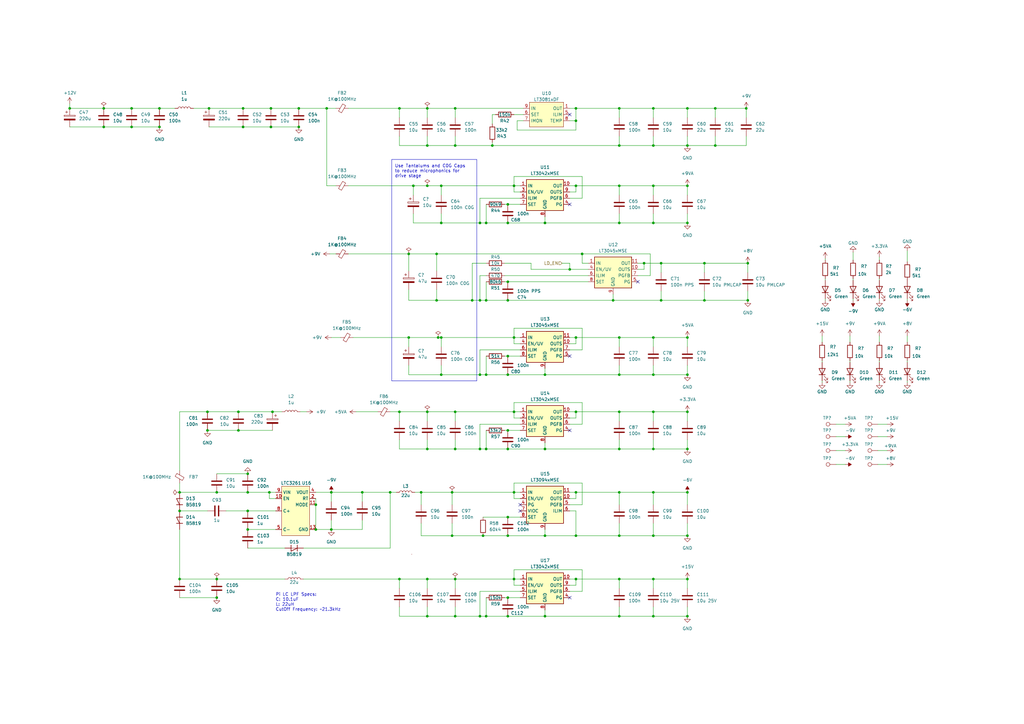
<source format=kicad_sch>
(kicad_sch (version 20230121) (generator eeschema)
  (paper "A3")
  (title_block (title "analog supply") (date "2023-11-27") (rev "r0_3") (company "M-Labs Limited") (comment 1 "Linus Woo Chun Kit"))
  (junction (at 175.26 237.49))
  (junction (at 223.52 184.15))
  (junction (at 236.22 76.2))
  (junction (at 210.82 201.93))
  (junction (at 65.405 44.45))
  (junction (at 210.82 76.2))
  (junction (at 236.22 168.91))
  (junction (at 185.42 219.71))
  (junction (at 101.6 217.17))
  (junction (at 254 184.15))
  (junction (at 208.28 245.11))
  (junction (at 185.42 201.93))
  (junction (at 208.28 176.53))
  (junction (at 135.89 217.17))
  (junction (at 133.985 44.45))
  (junction (at 193.675 123.19))
  (junction (at 281.94 59.69))
  (junction (at 293.37 44.45))
  (junction (at 210.82 138.43))
  (junction (at 254 91.44))
  (junction (at 236.22 49.53))
  (junction (at 208.28 252.73))
  (junction (at 196.85 184.15))
  (junction (at 88.9 237.49))
  (junction (at 199.39 252.73))
  (junction (at 180.975 138.43))
  (junction (at 208.28 184.15))
  (junction (at 65.405 52.07))
  (junction (at 254 44.45))
  (junction (at 238.76 104.14))
  (junction (at 267.97 76.2))
  (junction (at 199.39 153.67))
  (junction (at 254 237.49))
  (junction (at 111.76 168.91))
  (junction (at 306.705 107.95))
  (junction (at 160.02 201.93))
  (junction (at 85.725 44.45))
  (junction (at 53.975 52.07))
  (junction (at 175.26 59.69))
  (junction (at 267.97 201.93))
  (junction (at 99.695 52.07))
  (junction (at 28.575 44.45))
  (junction (at 281.94 138.43))
  (junction (at 267.97 138.43))
  (junction (at 85.09 168.91))
  (junction (at 196.85 91.44))
  (junction (at 199.39 123.19))
  (junction (at 267.97 252.73))
  (junction (at 281.94 237.49))
  (junction (at 186.69 252.73))
  (junction (at 293.37 59.69))
  (junction (at 208.28 123.19))
  (junction (at 254 219.71))
  (junction (at 97.79 168.91))
  (junction (at 148.59 201.93))
  (junction (at 223.52 153.67))
  (junction (at 223.52 91.44))
  (junction (at 236.22 44.45))
  (junction (at 101.6 209.55))
  (junction (at 281.94 76.2))
  (junction (at 281.94 201.93))
  (junction (at 281.94 168.91))
  (junction (at 306.705 123.19))
  (junction (at 186.69 237.49))
  (junction (at 186.69 184.15))
  (junction (at 163.83 168.91))
  (junction (at 236.22 219.71))
  (junction (at 254 168.91))
  (junction (at 281.94 252.73))
  (junction (at 251.46 123.19))
  (junction (at 180.975 76.2))
  (junction (at 179.07 104.14))
  (junction (at 198.12 219.71))
  (junction (at 281.94 184.15))
  (junction (at 267.97 44.45))
  (junction (at 135.89 201.93))
  (junction (at 233.68 110.49))
  (junction (at 180.975 91.44))
  (junction (at 267.97 168.91))
  (junction (at 175.26 168.91))
  (junction (at 281.94 219.71))
  (junction (at 186.69 59.69))
  (junction (at 208.28 83.82))
  (junction (at 122.555 52.07))
  (junction (at 236.22 201.93))
  (junction (at 99.695 44.45))
  (junction (at 254 153.67))
  (junction (at 254 138.43))
  (junction (at 210.82 168.91))
  (junction (at 281.94 91.44))
  (junction (at 254 59.69))
  (junction (at 267.97 184.15))
  (junction (at 288.925 123.19))
  (junction (at 254 76.2))
  (junction (at 101.6 201.93))
  (junction (at 175.26 252.73))
  (junction (at 122.555 44.45))
  (junction (at 196.85 123.19))
  (junction (at 208.28 91.44))
  (junction (at 208.28 153.67))
  (junction (at 73.66 209.55))
  (junction (at 201.93 59.69))
  (junction (at 267.97 237.49))
  (junction (at 208.28 212.09))
  (junction (at 196.85 252.73))
  (junction (at 111.125 52.07))
  (junction (at 175.26 184.15))
  (junction (at 180.975 153.67))
  (junction (at 167.64 104.14))
  (junction (at 88.9 201.93))
  (junction (at 254 201.93))
  (junction (at 85.09 176.53))
  (junction (at 110.49 201.93))
  (junction (at 208.28 115.57))
  (junction (at 264.16 107.95))
  (junction (at 267.97 219.71))
  (junction (at 208.28 146.05))
  (junction (at 223.52 252.73))
  (junction (at 73.66 201.93))
  (junction (at 97.79 176.53))
  (junction (at 267.97 59.69))
  (junction (at 42.545 52.07))
  (junction (at 236.22 237.49))
  (junction (at 281.94 153.67))
  (junction (at 223.52 219.71))
  (junction (at 175.26 76.2))
  (junction (at 208.28 219.71))
  (junction (at 288.925 107.95))
  (junction (at 306.07 44.45))
  (junction (at 169.545 76.2))
  (junction (at 179.705 138.43))
  (junction (at 163.83 44.45))
  (junction (at 199.39 184.15))
  (junction (at 101.6 194.31))
  (junction (at 88.9 245.11))
  (junction (at 167.64 138.43))
  (junction (at 267.97 91.44))
  (junction (at 271.145 123.19))
  (junction (at 175.26 44.45))
  (junction (at 210.82 237.49))
  (junction (at 254 252.73))
  (junction (at 281.94 44.45))
  (junction (at 73.66 237.49))
  (junction (at 163.83 237.49))
  (junction (at 186.69 168.91))
  (junction (at 129.54 207.01))
  (junction (at 53.975 44.45))
  (junction (at 267.97 153.67))
  (junction (at 111.125 44.45))
  (junction (at 42.545 44.45))
  (junction (at 186.69 44.45))
  (junction (at 271.145 107.95))
  (junction (at 179.07 123.19))
  (junction (at 129.54 217.17))
  (junction (at 172.72 201.93))
  (junction (at 236.22 138.43))
  (junction (at 199.39 91.44))
  (junction (at 196.85 153.67))
  (no_connect (at 233.68 176.53))
  (no_connect (at 233.68 245.11))
  (no_connect (at 261.62 115.57))
  (no_connect (at 233.68 46.99))
  (no_connect (at 213.36 209.55))
  (no_connect (at 213.36 207.01))
  (no_connect (at 233.68 83.82))
  (no_connect (at 233.68 146.05))
  (wire (pts (xy 88.9 201.93) (xy 101.6 201.93)))
  (wire (pts (xy 207.01 176.53) (xy 208.28 176.53)))
  (wire (pts (xy 28.575 42.545) (xy 28.575 44.45)))
  (wire (pts (xy 267.97 214.63) (xy 267.97 219.71)))
  (wire (pts (xy 267.97 153.67) (xy 267.97 149.86)))
  (wire (pts (xy 196.85 81.28) (xy 196.85 91.44)))
  (wire (pts (xy 175.26 241.3) (xy 175.26 237.49)))
  (wire (pts (xy 124.46 237.49) (xy 163.83 237.49)))
  (wire (pts (xy 254 237.49) (xy 254 241.3)))
  (wire (pts (xy 233.68 140.97) (xy 236.22 140.97)))
  (wire (pts (xy 148.59 201.93) (xy 148.59 205.74)))
  (wire (pts (xy 281.94 252.73) (xy 281.94 248.92)))
  (wire (pts (xy 271.145 107.95) (xy 271.145 111.76)))
  (wire (pts (xy 135.89 213.36) (xy 135.89 217.17)))
  (wire (pts (xy 163.83 252.73) (xy 163.83 248.92)))
  (wire (pts (xy 208.28 176.53) (xy 213.36 176.53)))
  (wire (pts (xy 349.885 106.68) (xy 349.885 103.505)))
  (wire (pts (xy 111.125 44.45) (xy 122.555 44.45)))
  (wire (pts (xy 135.89 217.17) (xy 129.54 217.17)))
  (wire (pts (xy 201.93 58.42) (xy 201.93 59.69)))
  (wire (pts (xy 196.85 91.44) (xy 199.39 91.44)))
  (wire (pts (xy 288.925 107.95) (xy 288.925 111.76)))
  (wire (pts (xy 342.9 179.07) (xy 346.71 179.07)))
  (wire (pts (xy 267.97 252.73) (xy 281.94 252.73)))
  (wire (pts (xy 186.69 172.72) (xy 186.69 168.91)))
  (wire (pts (xy 196.85 113.03) (xy 199.39 113.03)))
  (wire (pts (xy 236.22 219.71) (xy 223.52 219.71)))
  (wire (pts (xy 175.26 252.73) (xy 175.26 248.92)))
  (wire (pts (xy 167.64 138.43) (xy 167.64 142.24)))
  (wire (pts (xy 185.42 219.71) (xy 198.12 219.71)))
  (wire (pts (xy 201.93 50.8) (xy 201.93 46.99)))
  (wire (pts (xy 267.97 153.67) (xy 281.94 153.67)))
  (wire (pts (xy 85.09 176.53) (xy 97.79 176.53)))
  (wire (pts (xy 207.01 115.57) (xy 208.28 115.57)))
  (wire (pts (xy 210.82 76.2) (xy 213.36 76.2)))
  (wire (pts (xy 85.09 168.91) (xy 97.79 168.91)))
  (wire (pts (xy 342.9 184.785) (xy 346.71 184.785)))
  (wire (pts (xy 163.83 59.69) (xy 175.26 59.69)))
  (wire (pts (xy 210.82 237.49) (xy 213.36 237.49)))
  (wire (pts (xy 254 219.71) (xy 254 214.63)))
  (wire (pts (xy 199.39 184.15) (xy 208.28 184.15)))
  (wire (pts (xy 129.54 201.93) (xy 135.89 201.93)))
  (wire (pts (xy 293.37 44.45) (xy 281.94 44.45)))
  (wire (pts (xy 337.185 137.795) (xy 337.185 140.335)))
  (wire (pts (xy 199.39 252.73) (xy 208.28 252.73)))
  (wire (pts (xy 170.18 201.93) (xy 172.72 201.93)))
  (wire (pts (xy 180.975 80.01) (xy 180.975 76.2)))
  (wire (pts (xy 199.39 245.11) (xy 199.39 252.73)))
  (wire (pts (xy 172.72 214.63) (xy 172.72 219.71)))
  (wire (pts (xy 92.71 209.55) (xy 101.6 209.55)))
  (wire (pts (xy 208.28 184.15) (xy 223.52 184.15)))
  (wire (pts (xy 175.26 184.15) (xy 186.69 184.15)))
  (wire (pts (xy 179.07 118.745) (xy 179.07 123.19)))
  (wire (pts (xy 208.28 91.44) (xy 223.52 91.44)))
  (wire (pts (xy 213.36 204.47) (xy 210.82 204.47)))
  (wire (pts (xy 122.555 44.45) (xy 133.985 44.45)))
  (wire (pts (xy 254 219.71) (xy 267.97 219.71)))
  (wire (pts (xy 208.28 115.57) (xy 241.3 115.57)))
  (wire (pts (xy 163.83 252.73) (xy 175.26 252.73)))
  (wire (pts (xy 185.42 201.93) (xy 210.82 201.93)))
  (wire (pts (xy 186.69 168.91) (xy 210.82 168.91)))
  (wire (pts (xy 293.37 59.69) (xy 306.07 59.69)))
  (wire (pts (xy 199.39 115.57) (xy 199.39 123.19)))
  (wire (pts (xy 180.975 91.44) (xy 180.975 87.63)))
  (wire (pts (xy 199.39 146.05) (xy 199.39 153.67)))
  (wire (pts (xy 254 153.67) (xy 254 149.86)))
  (wire (pts (xy 238.76 134.62) (xy 210.82 134.62)))
  (wire (pts (xy 169.545 76.2) (xy 175.26 76.2)))
  (wire (pts (xy 199.39 153.67) (xy 208.28 153.67)))
  (wire (pts (xy 281.94 59.69) (xy 293.37 59.69)))
  (wire (pts (xy 172.72 219.71) (xy 185.42 219.71)))
  (wire (pts (xy 223.52 91.44) (xy 254 91.44)))
  (wire (pts (xy 236.22 240.03) (xy 236.22 237.49)))
  (wire (pts (xy 101.6 224.79) (xy 116.84 224.79)))
  (wire (pts (xy 198.12 219.71) (xy 208.28 219.71)))
  (wire (pts (xy 254 184.15) (xy 254 180.34)))
  (wire (pts (xy 210.82 140.97) (xy 210.82 138.43)))
  (wire (pts (xy 42.545 52.07) (xy 53.975 52.07)))
  (wire (pts (xy 167.64 104.14) (xy 179.07 104.14)))
  (wire (pts (xy 196.85 81.28) (xy 213.36 81.28)))
  (wire (pts (xy 267.97 59.69) (xy 254 59.69)))
  (wire (pts (xy 212.09 49.53) (xy 214.63 49.53)))
  (wire (pts (xy 271.145 107.95) (xy 288.925 107.95)))
  (wire (pts (xy 267.97 91.44) (xy 267.97 87.63)))
  (wire (pts (xy 223.52 250.19) (xy 223.52 252.73)))
  (wire (pts (xy 271.145 123.19) (xy 271.145 119.38)))
  (wire (pts (xy 254 201.93) (xy 267.97 201.93)))
  (wire (pts (xy 372.11 140.335) (xy 372.11 137.795)))
  (wire (pts (xy 360.68 114.3) (xy 360.68 114.935)))
  (wire (pts (xy 186.69 44.45) (xy 214.63 44.45)))
  (wire (pts (xy 196.85 173.99) (xy 213.36 173.99)))
  (wire (pts (xy 360.045 184.785) (xy 363.855 184.785)))
  (wire (pts (xy 175.26 184.15) (xy 175.26 180.34)))
  (wire (pts (xy 261.62 113.03) (xy 266.7 113.03)))
  (wire (pts (xy 238.76 107.95) (xy 241.3 107.95)))
  (wire (pts (xy 186.69 241.3) (xy 186.69 237.49)))
  (wire (pts (xy 254 237.49) (xy 267.97 237.49)))
  (wire (pts (xy 146.05 168.91) (xy 154.94 168.91)))
  (wire (pts (xy 236.22 237.49) (xy 254 237.49)))
  (wire (pts (xy 210.82 201.93) (xy 213.36 201.93)))
  (wire (pts (xy 236.22 44.45) (xy 236.22 49.53)))
  (wire (pts (xy 207.01 245.11) (xy 208.28 245.11)))
  (wire (pts (xy 179.07 104.14) (xy 238.76 104.14)))
  (wire (pts (xy 210.82 78.74) (xy 210.82 76.2)))
  (wire (pts (xy 196.85 252.73) (xy 199.39 252.73)))
  (wire (pts (xy 180.975 153.67) (xy 196.85 153.67)))
  (wire (pts (xy 236.22 219.71) (xy 254 219.71)))
  (wire (pts (xy 210.82 138.43) (xy 213.36 138.43)))
  (wire (pts (xy 73.66 237.49) (xy 88.9 237.49)))
  (wire (pts (xy 73.66 198.12) (xy 73.66 201.93)))
  (wire (pts (xy 337.185 148.59) (xy 337.185 147.955)))
  (wire (pts (xy 238.76 173.99) (xy 238.76 165.1)))
  (wire (pts (xy 175.26 172.72) (xy 175.26 168.91)))
  (wire (pts (xy 99.695 52.07) (xy 111.125 52.07)))
  (wire (pts (xy 73.66 237.49) (xy 73.66 217.17)))
  (wire (pts (xy 238.76 165.1) (xy 210.82 165.1)))
  (wire (pts (xy 208.28 123.19) (xy 251.46 123.19)))
  (wire (pts (xy 199.39 107.95) (xy 193.675 107.95)))
  (wire (pts (xy 99.695 44.45) (xy 111.125 44.45)))
  (wire (pts (xy 281.94 76.2) (xy 281.94 80.01)))
  (wire (pts (xy 163.83 172.72) (xy 163.83 168.91)))
  (wire (pts (xy 281.94 184.15) (xy 281.94 180.34)))
  (wire (pts (xy 201.93 46.99) (xy 203.2 46.99)))
  (wire (pts (xy 266.7 104.14) (xy 238.76 104.14)))
  (wire (pts (xy 210.82 240.03) (xy 210.82 237.49)))
  (wire (pts (xy 281.94 168.91) (xy 281.94 172.72)))
  (wire (pts (xy 233.68 143.51) (xy 238.76 143.51)))
  (wire (pts (xy 254 48.26) (xy 254 44.45)))
  (wire (pts (xy 196.85 113.03) (xy 196.85 123.19)))
  (wire (pts (xy 236.22 201.93) (xy 254 201.93)))
  (wire (pts (xy 175.26 168.91) (xy 186.69 168.91)))
  (wire (pts (xy 233.68 240.03) (xy 236.22 240.03)))
  (wire (pts (xy 201.93 59.69) (xy 254 59.69)))
  (wire (pts (xy 175.26 44.45) (xy 186.69 44.45)))
  (wire (pts (xy 142.875 44.45) (xy 163.83 44.45)))
  (wire (pts (xy 111.125 52.07) (xy 122.555 52.07)))
  (wire (pts (xy 236.22 138.43) (xy 254 138.43)))
  (wire (pts (xy 110.49 201.93) (xy 113.03 201.93)))
  (wire (pts (xy 360.045 179.07) (xy 363.855 179.07)))
  (wire (pts (xy 233.68 173.99) (xy 238.76 173.99)))
  (wire (pts (xy 217.805 107.95) (xy 217.805 110.49)))
  (wire (pts (xy 210.82 134.62) (xy 210.82 138.43)))
  (wire (pts (xy 267.97 76.2) (xy 267.97 80.01)))
  (wire (pts (xy 267.97 138.43) (xy 281.94 138.43)))
  (wire (pts (xy 254 44.45) (xy 267.97 44.45)))
  (wire (pts (xy 254 91.44) (xy 267.97 91.44)))
  (wire (pts (xy 288.925 123.19) (xy 288.925 119.38)))
  (wire (pts (xy 266.7 113.03) (xy 266.7 104.14)))
  (wire (pts (xy 223.52 151.13) (xy 223.52 153.67)))
  (wire (pts (xy 233.68 110.49) (xy 241.3 110.49)))
  (wire (pts (xy 233.68 138.43) (xy 236.22 138.43)))
  (wire (pts (xy 163.83 59.69) (xy 163.83 55.88)))
  (wire (pts (xy 233.68 81.28) (xy 238.76 81.28)))
  (wire (pts (xy 196.85 153.67) (xy 199.39 153.67)))
  (wire (pts (xy 223.52 181.61) (xy 223.52 184.15)))
  (wire (pts (xy 113.03 204.47) (xy 110.49 204.47)))
  (wire (pts (xy 73.66 245.11) (xy 88.9 245.11)))
  (wire (pts (xy 186.69 59.69) (xy 201.93 59.69)))
  (wire (pts (xy 180.975 153.67) (xy 180.975 149.86)))
  (wire (pts (xy 233.68 76.2) (xy 236.22 76.2)))
  (wire (pts (xy 185.42 214.63) (xy 185.42 219.71)))
  (wire (pts (xy 179.07 104.14) (xy 179.07 111.125)))
  (wire (pts (xy 208.28 252.73) (xy 223.52 252.73)))
  (wire (pts (xy 348.615 148.59) (xy 348.615 147.955)))
  (wire (pts (xy 175.26 252.73) (xy 186.69 252.73)))
  (wire (pts (xy 186.69 48.26) (xy 186.69 44.45)))
  (wire (pts (xy 135.89 201.93) (xy 148.59 201.93)))
  (wire (pts (xy 115.57 168.91) (xy 111.76 168.91)))
  (wire (pts (xy 123.19 168.91) (xy 125.73 168.91)))
  (wire (pts (xy 267.97 44.45) (xy 281.94 44.45)))
  (wire (pts (xy 199.39 176.53) (xy 199.39 184.15)))
  (wire (pts (xy 254 168.91) (xy 254 172.72)))
  (wire (pts (xy 254 201.93) (xy 254 207.01)))
  (wire (pts (xy 185.42 201.93) (xy 185.42 207.01)))
  (wire (pts (xy 135.89 201.93) (xy 135.89 205.74)))
  (wire (pts (xy 213.36 78.74) (xy 210.82 78.74)))
  (wire (pts (xy 267.97 48.26) (xy 267.97 44.45)))
  (wire (pts (xy 163.83 237.49) (xy 175.26 237.49)))
  (wire (pts (xy 196.85 143.51) (xy 213.36 143.51)))
  (wire (pts (xy 186.69 252.73) (xy 186.69 248.92)))
  (wire (pts (xy 167.64 138.43) (xy 179.705 138.43)))
  (wire (pts (xy 233.68 168.91) (xy 236.22 168.91)))
  (wire (pts (xy 212.09 49.53) (xy 212.09 53.34)))
  (wire (pts (xy 372.11 102.87) (xy 372.11 107.315)))
  (wire (pts (xy 180.975 138.43) (xy 210.82 138.43)))
  (wire (pts (xy 236.22 49.53) (xy 233.68 49.53)))
  (wire (pts (xy 271.145 123.19) (xy 288.925 123.19)))
  (wire (pts (xy 338.455 114.935) (xy 338.455 114.3)))
  (wire (pts (xy 233.68 171.45) (xy 236.22 171.45)))
  (wire (pts (xy 254 91.44) (xy 254 87.63)))
  (wire (pts (xy 293.37 55.88) (xy 293.37 59.69)))
  (wire (pts (xy 238.76 81.28) (xy 238.76 72.39)))
  (wire (pts (xy 213.36 240.03) (xy 210.82 240.03)))
  (wire (pts (xy 236.22 209.55) (xy 236.22 219.71)))
  (wire (pts (xy 167.64 153.67) (xy 180.975 153.67)))
  (wire (pts (xy 254 153.67) (xy 267.97 153.67)))
  (wire (pts (xy 101.6 217.17) (xy 113.03 217.17)))
  (wire (pts (xy 163.83 241.3) (xy 163.83 237.49)))
  (wire (pts (xy 306.07 44.45) (xy 293.37 44.45)))
  (wire (pts (xy 233.68 242.57) (xy 238.76 242.57)))
  (wire (pts (xy 236.22 168.91) (xy 254 168.91)))
  (wire (pts (xy 223.52 219.71) (xy 223.52 217.17)))
  (wire (pts (xy 160.02 224.79) (xy 160.02 201.93)))
  (wire (pts (xy 163.83 48.26) (xy 163.83 44.45)))
  (wire (pts (xy 236.22 53.34) (xy 236.22 49.53)))
  (wire (pts (xy 65.405 44.45) (xy 71.755 44.45)))
  (wire (pts (xy 267.97 201.93) (xy 281.94 201.93)))
  (wire (pts (xy 306.07 48.26) (xy 306.07 44.45)))
  (wire (pts (xy 148.59 217.17) (xy 135.89 217.17)))
  (wire (pts (xy 79.375 44.45) (xy 85.725 44.45)))
  (wire (pts (xy 338.455 106.045) (xy 338.455 106.68)))
  (wire (pts (xy 175.26 48.26) (xy 175.26 44.45)))
  (wire (pts (xy 267.97 237.49) (xy 281.94 237.49)))
  (wire (pts (xy 207.01 107.95) (xy 217.805 107.95)))
  (wire (pts (xy 110.49 204.47) (xy 110.49 201.93)))
  (wire (pts (xy 175.26 59.69) (xy 175.26 55.88)))
  (wire (pts (xy 210.82 168.91) (xy 213.36 168.91)))
  (wire (pts (xy 267.97 201.93) (xy 267.97 207.01)))
  (wire (pts (xy 198.12 212.09) (xy 208.28 212.09)))
  (wire (pts (xy 342.9 190.5) (xy 346.71 190.5)))
  (wire (pts (xy 254 252.73) (xy 254 248.92)))
  (wire (pts (xy 233.68 78.74) (xy 236.22 78.74)))
  (wire (pts (xy 172.72 201.93) (xy 172.72 207.01)))
  (wire (pts (xy 238.76 72.39) (xy 210.82 72.39)))
  (wire (pts (xy 199.39 123.19) (xy 208.28 123.19)))
  (wire (pts (xy 254 252.73) (xy 267.97 252.73)))
  (wire (pts (xy 264.16 107.95) (xy 271.145 107.95)))
  (wire (pts (xy 236.22 140.97) (xy 236.22 138.43)))
  (wire (pts (xy 129.54 207.01) (xy 129.54 217.17)))
  (wire (pts (xy 267.97 252.73) (xy 267.97 248.92)))
  (wire (pts (xy 261.62 110.49) (xy 264.16 110.49)))
  (wire (pts (xy 28.575 44.45) (xy 42.545 44.45)))
  (wire (pts (xy 186.69 59.69) (xy 186.69 55.88)))
  (wire (pts (xy 142.875 76.2) (xy 169.545 76.2)))
  (wire (pts (xy 137.795 76.2) (xy 133.985 76.2)))
  (wire (pts (xy 254 55.88) (xy 254 59.69)))
  (wire (pts (xy 288.925 123.19) (xy 306.705 123.19)))
  (wire (pts (xy 196.85 242.57) (xy 196.85 252.73)))
  (wire (pts (xy 267.97 91.44) (xy 281.94 91.44)))
  (wire (pts (xy 360.045 173.99) (xy 363.855 173.99)))
  (wire (pts (xy 73.66 209.55) (xy 85.09 209.55)))
  (wire (pts (xy 186.69 237.49) (xy 210.82 237.49)))
  (wire (pts (xy 101.6 201.93) (xy 110.49 201.93)))
  (wire (pts (xy 85.725 44.45) (xy 99.695 44.45)))
  (wire (pts (xy 186.69 184.15) (xy 186.69 180.34)))
  (wire (pts (xy 264.16 110.49) (xy 264.16 107.95)))
  (wire (pts (xy 73.66 168.91) (xy 73.66 193.04)))
  (wire (pts (xy 210.82 46.99) (xy 214.63 46.99)))
  (wire (pts (xy 133.985 44.45) (xy 133.985 76.2)))
  (wire (pts (xy 135.255 104.14) (xy 137.795 104.14)))
  (wire (pts (xy 349.885 114.935) (xy 349.885 114.3)))
  (wire (pts (xy 88.9 237.49) (xy 116.84 237.49)))
  (wire (pts (xy 169.545 91.44) (xy 180.975 91.44)))
  (wire (pts (xy 261.62 107.95) (xy 264.16 107.95)))
  (wire (pts (xy 210.82 72.39) (xy 210.82 76.2)))
  (wire (pts (xy 281.94 44.45) (xy 281.94 48.26)))
  (wire (pts (xy 254 76.2) (xy 267.97 76.2)))
  (wire (pts (xy 233.68 237.49) (xy 236.22 237.49)))
  (wire (pts (xy 193.675 123.19) (xy 196.85 123.19)))
  (wire (pts (xy 196.85 123.19) (xy 199.39 123.19)))
  (wire (pts (xy 238.76 198.12) (xy 210.82 198.12)))
  (wire (pts (xy 233.68 44.45) (xy 236.22 44.45)))
  (wire (pts (xy 135.89 138.43) (xy 139.7 138.43)))
  (wire (pts (xy 196.85 143.51) (xy 196.85 153.67)))
  (wire (pts (xy 281.94 91.44) (xy 281.94 87.63)))
  (wire (pts (xy 28.575 52.07) (xy 42.545 52.07)))
  (wire (pts (xy 338.455 123.19) (xy 338.455 122.555)))
  (wire (pts (xy 196.85 173.99) (xy 196.85 184.15)))
  (wire (pts (xy 281.94 138.43) (xy 281.94 142.24)))
  (wire (pts (xy 281.94 153.67) (xy 281.94 149.86)))
  (wire (pts (xy 233.68 204.47) (xy 236.22 204.47)))
  (wire (pts (xy 199.39 91.44) (xy 208.28 91.44)))
  (wire (pts (xy 230.505 107.95) (xy 233.68 107.95)))
  (wire (pts (xy 238.76 207.01) (xy 238.76 198.12)))
  (wire (pts (xy 372.11 122.555) (xy 372.11 123.19)))
  (wire (pts (xy 163.83 168.91) (xy 175.26 168.91)))
  (wire (pts (xy 236.22 78.74) (xy 236.22 76.2)))
  (wire (pts (xy 207.01 146.05) (xy 208.28 146.05)))
  (wire (pts (xy 196.85 184.15) (xy 199.39 184.15)))
  (wire (pts (xy 233.68 107.95) (xy 233.68 110.49)))
  (wire (pts (xy 212.09 53.34) (xy 236.22 53.34)))
  (wire (pts (xy 196.85 242.57) (xy 213.36 242.57)))
  (wire (pts (xy 208.28 153.67) (xy 223.52 153.67)))
  (wire (pts (xy 210.82 171.45) (xy 210.82 168.91)))
  (wire (pts (xy 180.975 76.2) (xy 210.82 76.2)))
  (wire (pts (xy 210.82 198.12) (xy 210.82 201.93)))
  (wire (pts (xy 133.985 44.45) (xy 137.795 44.45)))
  (wire (pts (xy 213.36 140.97) (xy 210.82 140.97)))
  (wire (pts (xy 238.76 242.57) (xy 238.76 233.68)))
  (wire (pts (xy 88.9 194.31) (xy 101.6 194.31)))
  (wire (pts (xy 179.07 123.19) (xy 193.675 123.19)))
  (wire (pts (xy 306.705 123.19) (xy 306.705 119.38)))
  (wire (pts (xy 267.97 168.91) (xy 267.97 172.72)))
  (wire (pts (xy 293.37 44.45) (xy 293.37 48.26)))
  (wire (pts (xy 167.64 123.19) (xy 179.07 123.19)))
  (wire (pts (xy 267.97 76.2) (xy 281.94 76.2)))
  (wire (pts (xy 180.975 142.24) (xy 180.975 138.43)))
  (wire (pts (xy 53.975 52.07) (xy 65.405 52.07)))
  (wire (pts (xy 210.82 204.47) (xy 210.82 201.93)))
  (wire (pts (xy 360.68 156.845) (xy 360.68 156.21)))
  (wire (pts (xy 372.11 148.59) (xy 372.11 147.955)))
  (wire (pts (xy 342.9 173.99) (xy 346.71 173.99)))
  (wire (pts (xy 238.76 233.68) (xy 210.82 233.68)))
  (wire (pts (xy 254 138.43) (xy 267.97 138.43)))
  (wire (pts (xy 167.64 118.745) (xy 167.64 123.19)))
  (wire (pts (xy 251.46 120.65) (xy 251.46 123.19)))
  (wire (pts (xy 267.97 219.71) (xy 281.94 219.71)))
  (wire (pts (xy 208.28 245.11) (xy 213.36 245.11)))
  (wire (pts (xy 223.52 88.9) (xy 223.52 91.44)))
  (wire (pts (xy 73.66 168.91) (xy 85.09 168.91)))
  (wire (pts (xy 360.68 106.68) (xy 360.68 105.41)))
  (wire (pts (xy 267.97 237.49) (xy 267.97 241.3)))
  (wire (pts (xy 254 184.15) (xy 267.97 184.15)))
  (wire (pts (xy 360.045 190.5) (xy 363.855 190.5)))
  (wire (pts (xy 236.22 171.45) (xy 236.22 168.91)))
  (wire (pts (xy 210.82 233.68) (xy 210.82 237.49)))
  (wire (pts (xy 281.94 55.88) (xy 281.94 59.69)))
  (wire (pts (xy 372.11 156.845) (xy 372.11 156.21)))
  (wire (pts (xy 42.545 44.45) (xy 53.975 44.45)))
  (wire (pts (xy 199.39 83.82) (xy 199.39 91.44)))
  (wire (pts (xy 160.02 168.91) (xy 163.83 168.91)))
  (wire (pts (xy 124.46 224.79) (xy 160.02 224.79)))
  (wire (pts (xy 254 138.43) (xy 254 142.24)))
  (wire (pts (xy 208.28 212.09) (xy 213.36 212.09)))
  (wire (pts (xy 167.64 104.14) (xy 167.64 111.125)))
  (wire (pts (xy 210.82 165.1) (xy 210.82 168.91)))
  (wire (pts (xy 288.925 107.95) (xy 306.705 107.95)))
  (wire (pts (xy 306.07 59.69) (xy 306.07 55.88)))
  (wire (pts (xy 175.26 76.2) (xy 180.975 76.2)))
  (wire (pts (xy 53.975 44.45) (xy 65.405 44.45)))
  (wire (pts (xy 175.26 59.69) (xy 186.69 59.69)))
  (wire (pts (xy 163.83 184.15) (xy 175.26 184.15)))
  (wire (pts (xy 208.28 146.05) (xy 213.36 146.05)))
  (wire (pts (xy 175.26 237.49) (xy 186.69 237.49)))
  (wire (pts (xy 254 168.91) (xy 267.97 168.91)))
  (wire (pts (xy 111.76 168.91) (xy 97.79 168.91)))
  (wire (pts (xy 348.615 140.335) (xy 348.615 137.795)))
  (wire (pts (xy 160.02 201.93) (xy 148.59 201.93)))
  (wire (pts (xy 348.615 156.21) (xy 348.615 156.845)))
  (wire (pts (xy 172.72 201.93) (xy 185.42 201.93)))
  (wire (pts (xy 169.545 91.44) (xy 169.545 87.63)))
  (wire (pts (xy 281.94 201.93) (xy 281.94 207.01)))
  (wire (pts (xy 85.725 52.07) (xy 99.695 52.07)))
  (wire (pts (xy 101.6 209.55) (xy 113.03 209.55)))
  (wire (pts (xy 223.52 153.67) (xy 254 153.67)))
  (wire (pts (xy 142.875 104.14) (xy 167.64 104.14)))
  (wire (pts (xy 238.76 143.51) (xy 238.76 134.62)))
  (wire (pts (xy 73.66 201.93) (xy 88.9 201.93)))
  (wire (pts (xy 179.705 138.43) (xy 180.975 138.43)))
  (wire (pts (xy 360.68 148.59) (xy 360.68 147.955)))
  (wire (pts (xy 267.97 168.91) (xy 281.94 168.91)))
  (wire (pts (xy 233.68 207.01) (xy 238.76 207.01)))
  (wire (pts (xy 236.22 76.2) (xy 254 76.2)))
  (wire (pts (xy 236.22 204.47) (xy 236.22 201.93)))
  (wire (pts (xy 193.675 107.95) (xy 193.675 123.19)))
  (wire (pts (xy 236.22 44.45) (xy 254 44.45)))
  (wire (pts (xy 144.78 138.43) (xy 167.64 138.43)))
  (wire (pts (xy 208.28 219.71) (xy 223.52 219.71)))
  (wire (pts (xy 236.22 209.55) (xy 233.68 209.55)))
  (wire (pts (xy 111.76 176.53) (xy 97.79 176.53)))
  (wire (pts (xy 186.69 184.15) (xy 196.85 184.15)))
  (wire (pts (xy 337.185 156.21) (xy 337.185 156.845)))
  (wire (pts (xy 267.97 184.15) (xy 267.97 180.34)))
  (wire (pts (xy 207.01 83.82) (xy 208.28 83.82)))
  (wire (pts (xy 167.64 149.86) (xy 167.64 153.67)))
  (wire (pts (xy 267.97 138.43) (xy 267.97 142.24)))
  (wire (pts (xy 217.805 110.49) (xy 233.68 110.49)))
  (wire (pts (xy 213.36 171.45) (xy 210.82 171.45)))
  (wire (pts (xy 349.885 122.555) (xy 349.885 123.19)))
  (wire (pts (xy 360.68 140.335) (xy 360.68 137.795)))
  (wire (pts (xy 233.68 201.93) (xy 236.22 201.93)))
  (wire (pts (xy 254 76.2) (xy 254 80.01)))
  (wire (pts (xy 251.46 123.19) (xy 271.145 123.19)))
  (wire (pts (xy 163.83 44.45) (xy 175.26 44.45)))
  (wire (pts (xy 223.52 184.15) (xy 254 184.15)))
  (wire (pts (xy 208.28 83.82) (xy 213.36 83.82)))
  (wire (pts (xy 180.975 91.44) (xy 196.85 91.44)))
  (wire (pts (xy 306.705 107.95) (xy 306.705 111.76)))
  (wire (pts (xy 360.68 122.555) (xy 360.68 123.19)))
  (wire (pts (xy 281.94 237.49) (xy 281.94 241.3)))
  (wire (pts (xy 148.59 213.36) (xy 148.59 217.17)))
  (wire (pts (xy 267.97 55.88) (xy 267.97 59.69)))
  (wire (pts (xy 129.54 204.47) (xy 129.54 207.01)))
  (wire (pts (xy 267.97 59.69) (xy 281.94 59.69)))
  (wire (pts (xy 223.52 252.73) (xy 254 252.73)))
  (wire (pts (xy 186.69 252.73) (xy 196.85 252.73)))
  (wire (pts (xy 267.97 184.15) (xy 281.94 184.15)))
  (wire (pts (xy 238.76 104.14) (xy 238.76 107.95)))
  (wire (pts (xy 160.02 201.93) (xy 162.56 201.93)))
  (wire (pts (xy 281.94 214.63) (xy 281.94 219.71)))
  (wire (pts (xy 169.545 80.01) (xy 169.545 76.2)))
  (wire (pts (xy 163.83 184.15) (xy 163.83 180.34)))
  (wire (pts (xy 207.01 113.03) (xy 241.3 113.03)))
  (rectangle (start 160.655 65.405) (end 195.58 156.21))
  (text "Pi LC LPF Specs:\nC: 10.1uF\nL: 22uH\nCutOff Frequency: ~21.3kHz" (at 113.03 250.825 0) (effects (font (size 1.27 1.27)) (justify left bottom)))
  (text "Use Tantalums and C0G Caps\nto reduce microphonics for \ndrive stage" (at 161.925 73.025 0) (effects (font (size 1.27 1.27)) (justify left bottom)))
  (hierarchical_label "LD_EN" (shape input) (at 230.505 107.95 180))
  (symbol (lib_id "Device:R") (at 198.12 215.9 0) (unit 1)
    (property "Reference" "R58" (at 200.66 214.6299 0) (effects (justify left)))
    (property "Value" "60k4" (at 200.66 217.1699 0) (effects (justify left)))
    (property "Footprint" "Resistor_SMD:R_0603_1608Metric" (effects hide))
    (property "MFR_PN" "RT0603FRE0760K4L" (effects hide))
    (property "MFR_PN_ALT" "RC0603FR-0760K4L" (effects hide))
  )
  (symbol (lib_id "Device:LED") (at 349.885 118.745 90) (unit 1)
    (property "Reference" "D6" (at 353.695 119.0625 90) (effects (justify right)))
    (property "Value" "Green" (at 353.695 121.6025 90) (effects (justify right)))
    (property "Footprint" "LED_SMD:LED_0603_1608Metric" (effects hide))
    (property "MFR_PN" "150060GS75000" (effects hide))
  )
  (symbol (lib_id "Device:LED") (at 372.11 152.4 90) (unit 1)
    (property "Reference" "D12" (at 375.92 152.7175 90) (effects (justify right)))
    (property "Value" "Green" (at 375.92 155.2575 90) (effects (justify right)))
    (property "Footprint" "LED_SMD:LED_0603_1608Metric" (effects hide))
    (property "MFR_PN" "150060GS75000" (effects hide))
  )
  (symbol (lib_id "Device:C") (at 85.09 172.72 0) (mirror y) (unit 1)
    (property "Reference" "C81" (at 81.28 171.4499 0) (effects (justify left)))
    (property "Value" "100n" (at 81.28 173.9899 0) (effects (justify left)))
    (property "Footprint" "Capacitor_SMD:C_0603_1608Metric" (effects hide))
    (property "MFR_PN" "CL10B104KB8NNWC" (effects hide))
    (property "MFR_PN_ALT" "CL10B104KB8NNNL" (effects hide))
  )
  (symbol (lib_id "Device:C") (at 254 83.82 0) (unit 1)
    (property "Reference" "C65" (at 257.81 82.5499 0) (effects (justify left)))
    (property "Value" "100n" (at 257.81 85.0899 0) (effects (justify left)))
    (property "Footprint" "Capacitor_SMD:C_0603_1608Metric" (effects hide))
    (property "MFR_PN" "CL10B104KB8NNWC" (effects hide))
    (property "MFR_PN_ALT" "CL10B104KB8NNNL" (effects hide))
  )
  (symbol (lib_id "power:+5VA") (at 281.94 138.43 0) (unit 1)
    (property "Reference" "#PWR0107" (effects hide))
    (property "Value" "+5VA" (at 281.94 133.35 0))
  )
  (symbol (lib_id "Device:C") (at 101.6 213.36 0) (unit 1)
    (property "Reference" "C101" (at 105.41 212.0899 0) (effects (justify left)))
    (property "Value" "1u" (at 105.41 214.6299 0) (effects (justify left)))
    (property "Footprint" "Capacitor_SMD:C_0603_1608Metric" (effects hide))
    (property "MFR_PN" "CL10B105KA8NNNC" (effects hide))
    (property "MFR_PN_ALT" "CGA3E1X7R1E105K080AC" (effects hide))
  )
  (symbol (lib_id "power:PWR_FLAG") (at 175.26 76.2 0) (unit 1)
    (property "Reference" "#FLG07" (effects hide))
    (property "Value" "PWR_FLAG" (effects hide))
  )
  (symbol (lib_id "Device:C") (at 148.59 209.55 0) (unit 1)
    (property "Reference" "C95" (at 152.4 208.2799 0) (effects (justify left)))
    (property "Value" "10u" (at 152.4 210.8199 0) (effects (justify left)))
    (property "Footprint" "Capacitor_SMD:C_0805_2012Metric" (effects hide))
    (property "MFR_PN" "CL21B106KOQNNNG" (effects hide))
    (property "MFR_PN_ALT" "CL21B106KOQNNNE" (effects hide))
  )
  (symbol (lib_id "Device:R") (at 203.2 83.82 90) (unit 1)
    (property "Reference" "R44" (at 203.2 86.36 90))
    (property "Value" "90k9" (at 203.2 83.82 90))
    (property "Footprint" "Resistor_SMD:R_0603_1608Metric" (effects hide))
    (property "MFR_PN" "RT0603FRE0790K9L" (effects hide))
    (property "MFR_PN_ALT" "ERJ-UP3F9092V" (effects hide))
  )
  (symbol (lib_id "Device:R") (at 203.2 245.11 90) (unit 1)
    (property "Reference" "R59" (at 203.2 247.65 90))
    (property "Value" "150k" (at 203.2 245.11 90))
    (property "Footprint" "Resistor_SMD:R_0603_1608Metric" (effects hide))
    (property "MFR_PN" "CRGCQ0603F150K" (effects hide))
    (property "MFR_PN_ALT" "RMCF0603FG150K" (effects hide))
  )
  (symbol (lib_id "Device:C") (at 281.94 210.82 0) (unit 1)
    (property "Reference" "C100" (at 285.75 209.5499 0) (effects (justify left)))
    (property "Value" "10u" (at 285.75 212.0899 0) (effects (justify left)))
    (property "Footprint" "Capacitor_SMD:C_0805_2012Metric" (effects hide))
    (property "MFR_PN" "GRM21BZ71E106KE15K" (effects hide))
    (property "MFR_PN_ALT" "GRM21BZ71E106KE15L" (effects hide))
  )
  (symbol (lib_id "Device:C") (at 99.695 48.26 0) (unit 1)
    (property "Reference" "C52" (at 103.505 46.9899 0) (effects (justify left)))
    (property "Value" "10u" (at 103.505 49.5299 0) (effects (justify left)))
    (property "Footprint" "Capacitor_SMD:C_0805_2012Metric" (effects hide))
    (property "MFR_PN" "CL21B106KOQNNNG" (effects hide))
    (property "MFR_PN_ALT" "CL21B106KOQNNNE" (effects hide))
  )
  (symbol (lib_id "Device:R") (at 338.455 110.49 180) (unit 1)
    (property "Reference" "R?" (at 342.9 109.855 0))
    (property "Value" "5k1" (at 342.265 112.395 0))
    (property "Footprint" "Resistor_SMD:R_0603_1608Metric" (effects hide))
    (property "MFR_PN" "RMCF0603FT5K10" (effects hide))
    (property "MFR_PN_ALT" "CR0603-FX-5101ELF" (effects hide))
    (instances (project "kirdy" (path "" (reference "R?") (unit 1)) (path "" (reference "R46") (unit 1))))
  )
  (symbol (lib_id "power:+9VA") (at 363.855 184.785 270) (unit 1)
    (property "Reference" "#PWR0123" (effects hide))
    (property "Value" "+9VA" (at 362.585 182.88 90) (effects (justify left)))
  )
  (symbol (lib_id "power:GND") (at 349.885 103.505 180) (unit 1)
    (property "Reference" "#PWR092" (effects hide))
    (property "Value" "GND" (at 349.885 99.695 0))
  )
  (symbol (lib_id "power:PWR_FLAG") (at 167.64 104.14 0) (unit 1)
    (property "Reference" "#FLG08" (effects hide))
    (property "Value" "PWR_FLAG" (effects hide))
  )
  (symbol (lib_id "power:GND") (at 337.185 156.845 0) (unit 1)
    (property "Reference" "#PWR0109" (effects hide))
    (property "Value" "GND" (at 337.185 160.655 0))
  )
  (symbol (lib_id "Device:FerriteBead_Small") (at 73.66 195.58 180) (unit 1)
    (property "Reference" "FB7" (at 77.47 195.58 0) (effects (justify right)))
    (property "Value" "1K@100MHz" (at 58.42 195.58 0) (effects (justify right)))
    (property "Footprint" "Inductor_SMD:L_1210_3225Metric" (effects hide))
    (property "MFR_PN" "FBMH3225HM102NT" (effects hide))
    (property "MFR_PN_ALT" "FBMH3225HM102NTV" (effects hide))
  )
  (symbol (lib_id "Device:C_Polarized") (at 169.545 83.82 0) (unit 1)
    (property "Reference" "C?" (at 173.355 81.6609 0) (effects (justify left)))
    (property "Value" "10u" (at 173.355 84.2009 0) (effects (justify left)))
    (property "Footprint" "Capacitor_Tantalum_SMD:CP_EIA-3528-21_Kemet-B" (effects hide))
    (property "MFR_PN" "T491B106K016ATAUTO" (effects hide))
    (instances (project "kirdy" (path "" (reference "C?") (unit 1)) (path "" (reference "C63") (unit 1))))
  )
  (symbol (lib_id "Device:C") (at 208.28 180.34 0) (unit 1)
    (property "Reference" "C90" (at 209.55 182.88 0) (effects (justify left)))
    (property "Value" "100n" (at 212.09 180.34 0) (effects (justify left)))
    (property "Footprint" "Capacitor_SMD:C_0603_1608Metric" (effects hide))
    (property "MFR_PN" "CL10B104KB8NNWC" (effects hide))
    (property "MFR_PN_ALT" "CL10B104KB8NNNL" (effects hide))
  )
  (symbol (lib_id "Device:C") (at 175.26 176.53 0) (unit 1)
    (property "Reference" "C85" (at 179.07 175.2599 0) (effects (justify left)))
    (property "Value" "10u" (at 179.07 177.7999 0) (effects (justify left)))
    (property "Footprint" "Capacitor_SMD:C_0805_2012Metric" (effects hide))
    (property "MFR_PN" "CL21B106KOQNNNG" (effects hide))
    (property "MFR_PN_ALT" "CL21B106KOQNNNE" (effects hide))
  )
  (symbol (lib_id "Device:C") (at 254 52.07 0) (unit 1)
    (property "Reference" "C58" (at 257.81 50.7999 0) (effects (justify left)))
    (property "Value" "100n" (at 257.81 53.3399 0) (effects (justify left)))
    (property "Footprint" "Capacitor_SMD:C_0603_1608Metric" (effects hide))
    (property "MFR_PN" "CL10B104KB8NNWC" (effects hide))
    (property "MFR_PN_ALT" "CL10B104KB8NNNL" (effects hide))
  )
  (symbol (lib_id "power:GND") (at 306.705 123.19 0) (unit 1)
    (property "Reference" "#PWR097" (effects hide))
    (property "Value" "GND" (at 306.705 128.27 0))
  )
  (symbol (lib_id "Device:C") (at 267.97 210.82 0) (unit 1)
    (property "Reference" "C99" (at 271.78 209.5499 0) (effects (justify left)))
    (property "Value" "10u" (at 271.78 212.0899 0) (effects (justify left)))
    (property "Footprint" "Capacitor_SMD:C_0805_2012Metric" (effects hide))
    (property "MFR_PN" "CL21B106KOQNNNG" (effects hide))
    (property "MFR_PN_ALT" "CL21B106KOQNNNE" (effects hide))
  )
  (symbol (lib_id "Device:C") (at 175.26 245.11 0) (unit 1)
    (property "Reference" "C107" (at 179.07 243.8399 0) (effects (justify left)))
    (property "Value" "10u" (at 179.07 246.3799 0) (effects (justify left)))
    (property "Footprint" "Capacitor_SMD:C_0805_2012Metric" (effects hide))
    (property "MFR_PN" "CL21B106KOQNNNG" (effects hide))
    (property "MFR_PN_ALT" "CL21B106KOQNNNE" (effects hide))
  )
  (symbol (lib_id "Device:R") (at 372.11 111.125 180) (unit 1)
    (property "Reference" "R?" (at 376.555 110.49 0))
    (property "Value" "5k1" (at 375.92 113.03 0))
    (property "Footprint" "Resistor_SMD:R_0603_1608Metric" (effects hide))
    (property "MFR_PN" "RMCF0603FT5K10" (effects hide))
    (property "MFR_PN_ALT" "CR0603-FX-5101ELF" (effects hide))
    (instances (project "kirdy" (path "" (reference "R?") (unit 1)) (path "" (reference "R49") (unit 1))))
  )
  (symbol (lib_id "Device:C") (at 186.69 245.11 0) (unit 1)
    (property "Reference" "C108" (at 190.5 243.8399 0) (effects (justify left)))
    (property "Value" "100n" (at 190.5 246.3799 0) (effects (justify left)))
    (property "Footprint" "Capacitor_SMD:C_0603_1608Metric" (effects hide))
    (property "MFR_PN" "CL10B104KB8NNWC" (effects hide))
    (property "MFR_PN_ALT" "CL10B104KB8NNNL" (effects hide))
  )
  (symbol (lib_id "power:+5VA") (at 338.455 106.045 0) (unit 1)
    (property "Reference" "#PWR095" (effects hide))
    (property "Value" "+5VA" (at 338.455 100.965 0))
  )
  (symbol (lib_id "Device:LED") (at 360.68 152.4 90) (unit 1)
    (property "Reference" "D11" (at 364.49 152.7175 90) (effects (justify right)))
    (property "Value" "Green" (at 364.49 155.2575 90) (effects (justify right)))
    (property "Footprint" "LED_SMD:LED_0603_1608Metric" (effects hide))
    (property "MFR_PN" "150060GS75000" (effects hide))
  )
  (symbol (lib_id "Device:R") (at 203.2 146.05 90) (unit 1)
    (property "Reference" "R56" (at 203.2 148.59 90))
    (property "Value" "51k" (at 203.2 146.05 90))
    (property "Footprint" "Resistor_SMD:R_0603_1608Metric" (effects hide))
    (property "MFR_PN" "RMCF0603FT51K0" (effects hide))
    (property "MFR_PN_ALT" "CR0603-FX-5102ELF" (effects hide))
  )
  (symbol (lib_id "Device:C") (at 175.26 52.07 0) (unit 1)
    (property "Reference" "C56" (at 179.07 50.7999 0) (effects (justify left)))
    (property "Value" "10u" (at 179.07 53.3399 0) (effects (justify left)))
    (property "Footprint" "Capacitor_SMD:C_0805_2012Metric" (effects hide))
    (property "MFR_PN" "CL21B106KOQNNNG" (effects hide))
    (property "MFR_PN_ALT" "CL21B106KOQNNNE" (effects hide))
  )
  (symbol (lib_id "Device:L") (at 75.565 44.45 90) (unit 1)
    (property "Reference" "L1" (at 75.565 38.1 90))
    (property "Value" "1u" (at 75.565 40.64 90))
    (property "Footprint" "Inductor_SMD:L_1008_2520Metric" (effects hide))
    (property "MFR_PN" "DFE252012F-1R0M=P2" (effects hide))
    (property "MFR_PN_ALT" "DFE252012P-1R0M=P2" (effects hide))
  )
  (symbol (lib_id "Device:D_Shockley") (at 73.66 213.36 90) (unit 1)
    (property "Reference" "D14" (at 76.2 212.0899 90) (effects (justify right)))
    (property "Value" "B5819" (at 76.2 214.6299 90) (effects (justify right)))
    (property "Footprint" "Diode_SMD:D_SOD-323" (effects hide))
    (property "MFR_PN" "B5819WS-TP" (effects hide))
  )
  (symbol (lib_id "power:-9V") (at 135.89 201.93 0) (unit 1)
    (property "Reference" "#PWR0127" (effects hide))
    (property "Value" "-9V" (at 135.89 196.85 0))
  )
  (symbol (lib_id "Device:FerriteBead_Small") (at 140.335 104.14 90) (unit 1)
    (property "Reference" "FB4" (at 140.2969 97.79 90))
    (property "Value" "1K@100MHz" (at 140.2969 100.33 90))
    (property "Footprint" "Inductor_SMD:L_1210_3225Metric" (effects hide))
    (property "MFR_PN" "FBMH3225HM102NT" (effects hide))
    (property "MFR_PN_ALT" "FBMH3225HM102NTV" (effects hide))
  )
  (symbol (lib_id "Device:C") (at 254 210.82 0) (unit 1)
    (property "Reference" "C98" (at 257.81 209.5499 0) (effects (justify left)))
    (property "Value" "100n" (at 257.81 212.0899 0) (effects (justify left)))
    (property "Footprint" "Capacitor_SMD:C_0603_1608Metric" (effects hide))
    (property "MFR_PN" "CL10B104KB8NNWC" (effects hide))
    (property "MFR_PN_ALT" "CL10B104KB8NNNL" (effects hide))
  )
  (symbol (lib_id "power:PWR_FLAG") (at 179.705 138.43 0) (unit 1)
    (property "Reference" "#FLG09" (effects hide))
    (property "Value" "PWR_FLAG" (effects hide))
  )
  (symbol (lib_id "power:GND") (at 281.94 91.44 0) (unit 1)
    (property "Reference" "#PWR090" (effects hide))
    (property "Value" "GND" (at 281.94 96.52 0))
  )
  (symbol (lib_id "power:+9V") (at 306.07 44.45 0) (unit 1)
    (property "Reference" "#PWR085" (effects hide))
    (property "Value" "+9V" (at 306.07 39.37 0))
  )
  (symbol (lib_id "power:PWR_FLAG") (at 185.42 201.93 0) (unit 1)
    (property "Reference" "#FLG012" (effects hide))
    (property "Value" "PWR_FLAG" (effects hide))
  )
  (symbol (lib_id "power:+3.3VA") (at 346.71 184.785 270) (unit 1)
    (property "Reference" "#PWR0122" (effects hide))
    (property "Value" "+3.3VA" (at 348.615 182.245 90))
  )
  (symbol (lib_id "Device:C") (at 208.28 119.38 0) (unit 1)
    (property "Reference" "C74" (at 212.09 121.92 0) (effects (justify left)))
    (property "Value" "100n PPS" (at 212.09 119.38 0) (effects (justify left)))
    (property "Footprint" "Capacitor_SMD:C_1210_3225Metric" (effects hide))
    (property "MFR_PN" "ECH-U1C104JX5" (effects hide))
  )
  (symbol (lib_id "Device:C") (at 281.94 245.11 0) (unit 1)
    (property "Reference" "C111" (at 285.75 243.84 0) (effects (justify left)))
    (property "Value" "10u 25V" (at 285.75 246.38 0) (effects (justify left)))
    (property "Footprint" "Capacitor_SMD:C_0805_2012Metric" (effects hide))
    (property "MFR_PN" "GRM21BZ71E106KE15K" (effects hide))
    (property "MFR_PN_ALT" "GRM21BZ71E106KE15L" (effects hide))
  )
  (symbol (lib_id "Connector:TestPoint") (at 342.9 173.99 90) (unit 1)
    (property "Reference" "TP?" (at 340.995 171.45 90) (effects (justify left)))
    (property "Value" "TestPoint" (effects hide))
    (property "Footprint" "TestPoint:TestPoint_Pad_1.0x1.0mm" (effects hide))
    (instances (project "kirdy" (path "" (reference "TP?") (unit 1)) (path "" (reference "TP4") (unit 1))))
  )
  (symbol (lib_id "Device:C") (at 122.555 48.26 0) (unit 1)
    (property "Reference" "C54" (at 126.365 46.9899 0) (effects (justify left)))
    (property "Value" "100n" (at 126.365 49.5299 0) (effects (justify left)))
    (property "Footprint" "Capacitor_SMD:C_0603_1608Metric" (effects hide))
    (property "MFR_PN" "CL10B104KB8NNWC" (effects hide))
    (property "MFR_PN_ALT" "CL10B104KB8NNNL" (effects hide))
  )
  (symbol (lib_id "Device:L") (at 120.65 237.49 90) (unit 1)
    (property "Reference" "L4" (at 120.65 234.95 90))
    (property "Value" "22u" (at 120.65 238.76 90))
    (property "Footprint" "Inductor_SMD:L_1210_3225Metric" (effects hide))
    (property "Datasheet" "https://www.mouser.hk/datasheet/2/396/LSQ02_e-3082146.pdf" (effects hide))
    (property "MFR_PN" "C3225T220KR" (effects hide))
    (property "MFR_PN_ALT" "LSQPA322525T220KR" (effects hide))
  )
  (symbol (lib_id "power:GND") (at 372.11 102.87 180) (unit 1)
    (property "Reference" "#PWR091" (effects hide))
    (property "Value" "GND" (at 372.11 99.06 0))
  )
  (symbol (lib_id "Device:C") (at 271.145 115.57 0) (unit 1)
    (property "Reference" "C71" (at 274.955 114.2999 0) (effects (justify left)))
    (property "Value" "100n PPS" (at 274.955 116.8399 0) (effects (justify left)))
    (property "Footprint" "Capacitor_SMD:C_1210_3225Metric" (effects hide))
    (property "MFR_PN" "ECH-U1C104JX5" (effects hide))
  )
  (symbol (lib_id "Device:C") (at 88.9 198.12 0) (unit 1)
    (property "Reference" "C91" (at 92.71 196.8499 0) (effects (justify left)))
    (property "Value" "10u" (at 92.71 199.3899 0) (effects (justify left)))
    (property "Footprint" "Capacitor_SMD:C_0805_2012Metric" (effects hide))
    (property "MFR_PN" "CL21B106KOQNNNG" (effects hide))
    (property "MFR_PN_ALT" "CL21B106KOQNNNE" (effects hide))
  )
  (symbol (lib_id "Regulator_Linear:LT3042xMSE") (at 223.52 78.74 0) (unit 1)
    (property "Reference" "U11" (at 223.52 68.58 0))
    (property "Value" "LT3042xMSE" (at 223.52 71.12 0))
    (property "Footprint" "Package_SO:MSOP-10-1EP_3x3mm_P0.5mm_EP1.68x1.88mm" (effects hide))
    (property "Datasheet" "https://www.analog.com/media/en/technical-documentation/data-sheets/3042fb.pdf" (effects hide))
    (property "MFR_PN" "LT3042IMSE#PBF" (effects hide))
    (property "MFR_PN_ALT" "LT3042IMSE#TRPBF" (effects hide))
  )
  (symbol (lib_id "Device:C") (at 267.97 52.07 0) (unit 1)
    (property "Reference" "C59" (at 271.78 50.7999 0) (effects (justify left)))
    (property "Value" "10u" (at 271.78 53.3399 0) (effects (justify left)))
    (property "Footprint" "Capacitor_SMD:C_0805_2012Metric" (effects hide))
    (property "MFR_PN" "CL21B106KOQNNNG" (effects hide))
    (property "MFR_PN_ALT" "CL21B106KOQNNNE" (effects hide))
  )
  (symbol (lib_id "Device:C") (at 101.6 220.98 0) (unit 1)
    (property "Reference" "C103" (at 105.41 219.7099 0) (effects (justify left)))
    (property "Value" "1u" (at 105.41 222.2499 0) (effects (justify left)))
    (property "Footprint" "Capacitor_SMD:C_0603_1608Metric" (effects hide))
    (property "MFR_PN" "CL10B105KA8NNNC" (effects hide))
    (property "MFR_PN_ALT" "CGA3E1X7R1E105K080AC" (effects hide))
  )
  (symbol (lib_id "Device:C_Polarized") (at 111.76 172.72 0) (mirror y) (unit 1)
    (property "Reference" "C83" (at 107.95 170.5609 0) (effects (justify left)))
    (property "Value" "220u" (at 107.95 173.1009 0) (effects (justify left)))
    (property "Footprint" "Capacitor_Tantalum_SMD:CP_EIA-7343-15_Kemet-W" (effects hide))
    (property "MFR_PN" "T491D227K016AT" (effects hide))
    (property "MFR_PN_ALT" "293D227X9016E2TE3" (effects hide))
  )
  (symbol (lib_id "Device:C") (at 254 245.11 0) (unit 1)
    (property "Reference" "C109" (at 257.81 243.8399 0) (effects (justify left)))
    (property "Value" "100n" (at 257.81 246.3799 0) (effects (justify left)))
    (property "Footprint" "Capacitor_SMD:C_0603_1608Metric" (effects hide))
    (property "MFR_PN" "CL10B104KB8NNWC" (effects hide))
    (property "MFR_PN_ALT" "CL10B104KB8NNNL" (effects hide))
  )
  (symbol (lib_id "Device:C") (at 88.9 241.3 0) (unit 1)
    (property "Reference" "C105" (at 92.71 240.0299 0) (effects (justify left)))
    (property "Value" "10u" (at 92.71 242.5699 0) (effects (justify left)))
    (property "Footprint" "Capacitor_SMD:C_0805_2012Metric" (effects hide))
    (property "MFR_PN" "CL21B106KOQNNNG" (effects hide))
    (property "MFR_PN_ALT" "CL21B106KOQNNNE" (effects hide))
  )
  (symbol (lib_id "Device:C") (at 281.94 52.07 0) (unit 1)
    (property "Reference" "C60" (at 285.75 50.8 0) (effects (justify left)))
    (property "Value" "22u" (at 285.75 53.34 0) (effects (justify left)))
    (property "Footprint" "Capacitor_SMD:C_1210_3225Metric" (effects hide))
    (property "MFR_PN" "CL32A226MOJNNNE" (effects hide))
  )
  (symbol (lib_id "Device:C") (at 53.975 48.26 0) (unit 1)
    (property "Reference" "C49" (at 57.785 46.9899 0) (effects (justify left)))
    (property "Value" "10u" (at 57.785 49.5299 0) (effects (justify left)))
    (property "Footprint" "Capacitor_SMD:C_0805_2012Metric" (effects hide))
    (property "MFR_PN" "CL21B106KOQNNNG" (effects hide))
    (property "MFR_PN_ALT" "CL21B106KOQNNNE" (effects hide))
  )
  (symbol (lib_id "Device:R") (at 360.68 110.49 180) (unit 1)
    (property "Reference" "R?" (at 363.22 109.22 0) (effects (justify right)))
    (property "Value" "2k" (at 363.22 111.76 0) (effects (justify right)))
    (property "Footprint" "Resistor_SMD:R_0603_1608Metric" (effects hide))
    (property "MFR_PN" "RC0603FR-072KL" (effects hide))
    (property "MFR_PN_ALT" "ERJ-3EKF2001V" (effects hide))
    (instances (project "kirdy" (path "" (reference "R?") (unit 1)) (path "" (reference "R48") (unit 1))))
  )
  (symbol (lib_id "Device:C") (at 208.28 149.86 0) (unit 1)
    (property "Reference" "C80" (at 209.55 152.4 0) (effects (justify left)))
    (property "Value" "100n" (at 212.09 149.86 0) (effects (justify left)))
    (property "Footprint" "Capacitor_SMD:C_0603_1608Metric" (effects hide))
    (property "MFR_PN" "CL10B104KB8NNWC" (effects hide))
    (property "MFR_PN_ALT" "CL10B104KB8NNNL" (effects hide))
  )
  (symbol (lib_id "Device:C") (at 281.94 176.53 0) (unit 1)
    (property "Reference" "C89" (at 285.75 175.2599 0) (effects (justify left)))
    (property "Value" "10u" (at 285.75 177.7999 0) (effects (justify left)))
    (property "Footprint" "Capacitor_SMD:C_0805_2012Metric" (effects hide))
    (property "MFR_PN" "CL21B106KOQNNNG" (effects hide))
    (property "MFR_PN_ALT" "CL21B106KOQNNNE" (effects hide))
  )
  (symbol (lib_id "Device:C") (at 172.72 210.82 0) (unit 1)
    (property "Reference" "C96" (at 176.53 209.5499 0) (effects (justify left)))
    (property "Value" "10u" (at 176.53 212.0899 0) (effects (justify left)))
    (property "Footprint" "Capacitor_SMD:C_0805_2012Metric" (effects hide))
    (property "MFR_PN" "CL21B106KOQNNNG" (effects hide))
    (property "MFR_PN_ALT" "CL21B106KOQNNNE" (effects hide))
  )
  (symbol (lib_id "Device:FerriteBead_Small") (at 157.48 168.91 90) (unit 1)
    (property "Reference" "FB6" (at 157.4419 162.56 90))
    (property "Value" "1K@100MHz" (at 157.4419 165.1 90))
    (property "Footprint" "Inductor_SMD:L_1210_3225Metric" (effects hide))
    (property "MFR_PN" "FBMH3225HM102NT" (effects hide))
    (property "MFR_PN_ALT" "FBMH3225HM102NTV" (effects hide))
  )
  (symbol (lib_id "Device:C_Polarized") (at 85.725 48.26 0) (unit 1)
    (property "Reference" "C51" (at 89.535 46.1009 0) (effects (justify left)))
    (property "Value" "220u" (at 89.535 48.6409 0) (effects (justify left)))
    (property "Footprint" "Capacitor_Tantalum_SMD:CP_EIA-7343-15_Kemet-W" (effects hide))
    (property "MFR_PN" "T491D227K016AT" (effects hide))
    (property "MFR_PN_ALT" "293D227X9016E2TE3" (effects hide))
  )
  (symbol (lib_id "Device:C") (at 267.97 176.53 0) (unit 1)
    (property "Reference" "C88" (at 271.78 175.2599 0) (effects (justify left)))
    (property "Value" "10u" (at 271.78 177.7999 0) (effects (justify left)))
    (property "Footprint" "Capacitor_SMD:C_0805_2012Metric" (effects hide))
    (property "MFR_PN" "CL21B106KOQNNNG" (effects hide))
    (property "MFR_PN_ALT" "CL21B106KOQNNNE" (effects hide))
  )
  (symbol (lib_id "Device:C") (at 97.79 172.72 0) (mirror y) (unit 1)
    (property "Reference" "C82" (at 93.98 171.4499 0) (effects (justify left)))
    (property "Value" "10u" (at 93.98 173.9899 0) (effects (justify left)))
    (property "Footprint" "Capacitor_SMD:C_0805_2012Metric" (effects hide))
    (property "MFR_PN" "CL21B106KOQNNNG" (effects hide))
    (property "MFR_PN_ALT" "CL21B106KOQNNNE" (effects hide))
  )
  (symbol (lib_id "power:GND") (at 348.615 156.845 0) (unit 1)
    (property "Reference" "#PWR0110" (effects hide))
    (property "Value" "GND" (at 348.615 160.655 0))
  )
  (symbol (lib_id "power:PWR_FLAG") (at 42.545 44.45 0) (unit 1)
    (property "Reference" "#FLG05" (effects hide))
    (property "Value" "PWR_FLAG" (effects hide))
  )
  (symbol (lib_id "Device:C") (at 281.94 83.82 0) (unit 1)
    (property "Reference" "C67" (at 285.75 82.5499 0) (effects (justify left)))
    (property "Value" "10u" (at 285.75 85.0899 0) (effects (justify left)))
    (property "Footprint" "Capacitor_SMD:C_0805_2012Metric" (effects hide))
    (property "MFR_PN" "CL21B106KOQNNNG" (effects hide))
    (property "MFR_PN_ALT" "CL21B106KOQNNNE" (effects hide))
  )
  (symbol (lib_id "Device:FerriteBead_Small") (at 142.24 138.43 90) (unit 1)
    (property "Reference" "FB5" (at 142.2019 132.08 90))
    (property "Value" "1K@100MHz" (at 142.2019 134.62 90))
    (property "Footprint" "Inductor_SMD:L_1210_3225Metric" (effects hide))
    (property "MFR_PN" "FBMH3225HM102NT" (effects hide))
    (property "MFR_PN_ALT" "FBMH3225HM102NTV" (effects hide))
  )
  (symbol (lib_id "power:+9VA") (at 281.94 76.2 0) (unit 1)
    (property "Reference" "#PWR089" (effects hide))
    (property "Value" "+9VA" (at 281.94 71.12 0))
  )
  (symbol (lib_id "Device:C") (at 163.83 176.53 0) (unit 1)
    (property "Reference" "C84" (at 167.64 175.2599 0) (effects (justify left)))
    (property "Value" "10u" (at 167.64 177.7999 0) (effects (justify left)))
    (property "Footprint" "Capacitor_SMD:C_0805_2012Metric" (effects hide))
    (property "MFR_PN" "CL21B106KOQNNNG" (effects hide))
    (property "MFR_PN_ALT" "CL21B106KOQNNNE" (effects hide))
  )
  (symbol (lib_id "Device:L") (at 119.38 168.91 270) (mirror x) (unit 1)
    (property "Reference" "L2" (at 119.38 162.56 90))
    (property "Value" "1u" (at 119.38 165.1 90))
    (property "Footprint" "Inductor_SMD:L_1008_2520Metric" (effects hide))
    (property "MFR_PN" "DFE252012F-1R0M=P2" (effects hide))
    (property "MFR_PN_ALT" "DFE252012P-1R0M=P2" (effects hide))
  )
  (symbol (lib_id "power:+15V") (at 363.855 173.99 270) (unit 1)
    (property "Reference" "#PWR0117" (effects hide))
    (property "Value" "+15V" (at 363.22 171.45 90) (effects (justify left)))
  )
  (symbol (lib_id "Device:C") (at 254 176.53 0) (unit 1)
    (property "Reference" "C87" (at 257.81 175.2599 0) (effects (justify left)))
    (property "Value" "100n" (at 257.81 177.7999 0) (effects (justify left)))
    (property "Footprint" "Capacitor_SMD:C_0603_1608Metric" (effects hide))
    (property "MFR_PN" "CL10B104KB8NNWC" (effects hide))
    (property "MFR_PN_ALT" "CL10B104KB8NNNL" (effects hide))
  )
  (symbol (lib_id "power:GND") (at 281.94 219.71 0) (unit 1)
    (property "Reference" "#PWR0130" (effects hide))
    (property "Value" "GND" (at 281.94 224.79 0))
  )
  (symbol (lib_id "Device:C") (at 208.28 87.63 0) (unit 1)
    (property "Reference" "C68" (at 209.55 90.17 0) (effects (justify left)))
    (property "Value" "100n" (at 212.09 87.63 0) (effects (justify left)))
    (property "Footprint" "Capacitor_SMD:C_0603_1608Metric" (effects hide))
    (property "MFR_PN" "CL10B104KB8NNWC" (effects hide))
    (property "MFR_PN_ALT" "CL10B104KB8NNNL" (effects hide))
  )
  (symbol (lib_id "Connector:TestPoint") (at 342.9 190.5 90) (unit 1)
    (property "Reference" "TP?" (at 340.995 187.96 90) (effects (justify left)))
    (property "Value" "TestPoint" (effects hide))
    (property "Footprint" "TestPoint:TestPoint_Pad_1.0x1.0mm" (effects hide))
    (instances (project "kirdy" (path "" (reference "TP?") (unit 1)) (path "" (reference "TP10") (unit 1))))
  )
  (symbol (lib_id "Device:LED") (at 337.185 152.4 90) (unit 1)
    (property "Reference" "D9" (at 340.995 152.7175 90) (effects (justify right)))
    (property "Value" "Green" (at 340.995 155.2575 90) (effects (justify right)))
    (property "Footprint" "LED_SMD:LED_0603_1608Metric" (effects hide))
    (property "MFR_PN" "150060GS75000" (effects hide))
  )
  (symbol (lib_id "Device:C") (at 267.97 83.82 0) (unit 1)
    (property "Reference" "C66" (at 271.78 82.5499 0) (effects (justify left)))
    (property "Value" "10u" (at 271.78 85.0899 0) (effects (justify left)))
    (property "Footprint" "Capacitor_SMD:C_0805_2012Metric" (effects hide))
    (property "MFR_PN" "CL21B106KOQNNNG" (effects hide))
    (property "MFR_PN_ALT" "CL21B106KOQNNNE" (effects hide))
  )
  (symbol (lib_id "Device:LED") (at 338.455 118.745 90) (unit 1)
    (property "Reference" "D5" (at 342.265 119.0625 90) (effects (justify right)))
    (property "Value" "Green" (at 342.265 121.6025 90) (effects (justify right)))
    (property "Footprint" "LED_SMD:LED_0603_1608Metric" (effects hide))
    (property "MFR_PN" "150060GS75000" (effects hide))
  )
  (symbol (lib_id "power:+3.3VA") (at 360.68 105.41 0) (unit 1)
    (property "Reference" "#PWR094" (effects hide))
    (property "Value" "+3.3VA" (at 360.68 100.965 0))
  )
  (symbol (lib_id "power:-9V") (at 349.885 123.19 180) (unit 1)
    (property "Reference" "#PWR099" (effects hide))
    (property "Value" "-9V" (at 349.885 127.635 0))
  )
  (symbol (lib_id "Device:LED") (at 360.68 118.745 90) (unit 1)
    (property "Reference" "D7" (at 364.49 119.0625 90) (effects (justify right)))
    (property "Value" "Green" (at 364.49 121.6025 90) (effects (justify right)))
    (property "Footprint" "LED_SMD:LED_0603_1608Metric" (effects hide))
    (property "MFR_PN" "150060GS75000" (effects hide))
  )
  (symbol (lib_id "Device:R") (at 207.01 46.99 90) (unit 1)
    (property "Reference" "R42" (at 207.01 49.53 90))
    (property "Value" "150k" (at 207.01 46.99 90))
    (property "Footprint" "Resistor_SMD:R_0603_1608Metric" (effects hide))
    (property "MFR_PN" "CRGCQ0603F150K" (effects hide))
    (property "MFR_PN_ALT" "RMCF0603FG150K" (effects hide))
  )
  (symbol (lib_id "power:PWR_FLAG") (at 186.69 237.49 0) (unit 1)
    (property "Reference" "#FLG014" (effects hide))
    (property "Value" "PWR_FLAG" (effects hide))
  )
  (symbol (lib_id "Device:R") (at 203.2 113.03 90) (unit 1)
    (property "Reference" "R50" (at 203.2 110.49 90))
    (property "Value" "470" (at 203.2 113.03 90))
    (property "Footprint" "Resistor_SMD:R_0603_1608Metric" (effects hide))
    (property "MFR_PN" "WR06X4700FTL" (effects hide))
    (property "MFR_PN_ALT" "RC0603FR-07470RL" (effects hide))
  )
  (symbol (lib_id "Device:R") (at 348.615 144.145 180) (unit 1)
    (property "Reference" "R?" (at 353.06 142.875 0))
    (property "Value" "10k" (at 352.425 146.05 0))
    (property "Footprint" "Resistor_SMD:R_0603_1608Metric" (effects hide))
    (property "MFR_PN" "RNCP0603FTD10K0" (effects hide))
    (property "MFR_PN_ALT" "RMCF0603FT10K0" (effects hide))
    (instances (project "kirdy" (path "" (reference "R?") (unit 1)) (path "" (reference "R53") (unit 1))))
  )
  (symbol (lib_id "power:+9VA") (at 360.68 137.795 0) (unit 1)
    (property "Reference" "#PWR0104" (effects hide))
    (property "Value" "+9VA" (at 360.68 132.715 0))
  )
  (symbol (lib_id "power:GND") (at 281.94 252.73 0) (unit 1)
    (property "Reference" "#PWR0133" (effects hide))
    (property "Value" "GND" (at 281.94 257.81 0))
  )
  (symbol (lib_id "power:PWR_FLAG") (at 88.9 237.49 0) (unit 1)
    (property "Reference" "#FLG013" (effects hide))
    (property "Value" "PWR_FLAG" (effects hide))
  )
  (symbol (lib_id "power:GND") (at 281.94 184.15 0) (unit 1)
    (property "Reference" "#PWR0121" (effects hide))
    (property "Value" "GND" (at 281.94 189.23 0))
  )
  (symbol (lib_id "Device:C") (at 180.975 146.05 0) (unit 1)
    (property "Reference" "C76" (at 184.785 144.7799 0) (effects (justify left)))
    (property "Value" "100n C0G" (at 184.785 147.3199 0) (effects (justify left)))
    (property "Footprint" "kirdy:CAPC1810X65N" (effects hide))
    (property "MFR_PN" "GRMJN65C1H104JE01J" (effects hide))
    (property "MFR_PN_ALT" "GRMJN65C1H104JE01D" (effects hide))
  )
  (symbol (lib_id "Device:C_Polarized") (at 167.64 146.05 0) (unit 1)
    (property "Reference" "C?" (at 171.45 143.8909 0) (effects (justify left)))
    (property "Value" "47u" (at 171.45 146.4309 0) (effects (justify left)))
    (property "Footprint" "Capacitor_Tantalum_SMD:CP_EIA-3528-21_Kemet-B" (effects hide))
    (property "MFR_PN" "T58BB476M016C0200 " (effects hide))
    (instances (project "kirdy" (path "" (reference "C?") (unit 1)) (path "" (reference "C75") (unit 1))))
  )
  (symbol (lib_id "Device:C") (at 288.925 115.57 0) (unit 1)
    (property "Reference" "C72" (at 292.1 114.3 0) (effects (justify left)))
    (property "Value" "10u PMLCAP" (at 292.1 116.84 0) (effects (justify left)))
    (property "Footprint" "Capacitor_SMD:C_1812_4532Metric" (effects hide))
    (property "MFR_PN" "16MU106MC44532" (effects hide))
  )
  (symbol (lib_id "Device:C") (at 186.69 176.53 0) (unit 1)
    (property "Reference" "C86" (at 190.5 175.2599 0) (effects (justify left)))
    (property "Value" "100n" (at 190.5 177.7999 0) (effects (justify left)))
    (property "Footprint" "Capacitor_SMD:C_0603_1608Metric" (effects hide))
    (property "MFR_PN" "CL10B104KB8NNWC" (effects hide))
    (property "MFR_PN_ALT" "CL10B104KB8NNNL" (effects hide))
  )
  (symbol (lib_id "Device:R") (at 360.68 144.145 180) (unit 1)
    (property "Reference" "R?" (at 365.125 142.875 0))
    (property "Value" "10k" (at 364.49 146.05 0))
    (property "Footprint" "Resistor_SMD:R_0603_1608Metric" (effects hide))
    (property "MFR_PN" "RNCP0603FTD10K0" (effects hide))
    (property "MFR_PN_ALT" "RMCF0603FT10K0" (effects hide))
    (instances (project "kirdy" (path "" (reference "R?") (unit 1)) (path "" (reference "R54") (unit 1))))
  )
  (symbol (lib_id "power:+9V") (at 348.615 137.795 0) (unit 1)
    (property "Reference" "#PWR0103" (effects hide))
    (property "Value" "+9V" (at 348.615 132.715 0))
  )
  (symbol (lib_id "power:+9V") (at 125.73 168.91 270) (unit 1)
    (property "Reference" "#PWR0113" (effects hide))
    (property "Value" "+9V" (at 129.54 168.9099 90) (effects (justify left)))
  )
  (symbol (lib_id "Device:C") (at 88.9 209.55 90) (unit 1)
    (property "Reference" "C93" (at 88.9 205.105 90))
    (property "Value" "1u" (at 88.9 213.36 90))
    (property "Footprint" "Capacitor_SMD:C_0603_1608Metric" (effects hide))
    (property "MFR_PN" "CL10B105KA8NNNC" (effects hide))
    (property "MFR_PN_ALT" "CGA3E1X7R1E105K080AC" (effects hide))
  )
  (symbol (lib_id "power:+5VA") (at 146.05 168.91 90) (unit 1)
    (property "Reference" "#PWR0114" (effects hide))
    (property "Value" "+5VA" (at 142.24 168.9099 90) (effects (justify left)))
  )
  (symbol (lib_id "Device:C") (at 293.37 52.07 0) (unit 1)
    (property "Reference" "C61" (at 297.18 50.8 0) (effects (justify left)))
    (property "Value" "22u" (at 297.18 53.34 0) (effects (justify left)))
    (property "Footprint" "Capacitor_SMD:C_1210_3225Metric" (effects hide))
    (property "MFR_PN" "CL32A226MOJNNNE" (effects hide))
  )
  (symbol (lib_id "power:PWR_FLAG") (at 175.26 168.91 0) (unit 1)
    (property "Reference" "#FLG010" (effects hide))
    (property "Value" "PWR_FLAG" (effects hide))
  )
  (symbol (lib_id "power:+9V") (at 363.855 179.07 270) (unit 1)
    (property "Reference" "#PWR0120" (effects hide))
    (property "Value" "+9V" (at 363.22 176.53 90) (effects (justify left)))
  )
  (symbol (lib_id "power:GND") (at 338.455 123.19 0) (unit 1)
    (property "Reference" "#PWR098" (effects hide))
    (property "Value" "GND" (at 338.455 127 0))
  )
  (symbol (lib_id "power:PWR_FLAG") (at 73.66 201.93 90) (unit 1)
    (property "Reference" "#FLG011" (effects hide))
    (property "Value" "PWR_FLAG" (effects hide))
  )
  (symbol (lib_id "kirdy:LTC3261") (at 120.65 208.28 0) (unit 1)
    (property "Reference" "U16" (at 125.73 198.12 0))
    (property "Value" "LTC3261" (at 119.38 198.12 0))
    (property "Footprint" "Package_SO:MSOP-12-1EP_3x4mm_P0.65mm_EP1.65x2.85mm" (effects hide))
    (property "Datasheet" "https://www.analog.com/media/en/technical-documentation/data-sheets/3261fb.pdf" (effects hide))
    (property "MFR_PN" "LTC3261IMSE#TRPBF" (effects hide))
    (property "MFR_PN_ALT" "LTC3261EMSE#TRPBF" (effects hide))
  )
  (symbol (lib_id "Device:C_Polarized") (at 167.64 114.935 0) (unit 1)
    (property "Reference" "C?" (at 171.45 112.7759 0) (effects (justify left)))
    (property "Value" "47u" (at 171.45 115.3159 0) (effects (justify left)))
    (property "Footprint" "Capacitor_Tantalum_SMD:CP_EIA-3528-21_Kemet-B" (effects hide))
    (property "MFR_PN" "T58BB476M016C0200 " (effects hide))
    (instances (project "kirdy" (path "" (reference "C?") (unit 1)) (path "" (reference "C69") (unit 1))))
  )
  (symbol (lib_id "Device:R") (at 203.2 115.57 90) (unit 1)
    (property "Reference" "R51" (at 203.2 118.11 90))
    (property "Value" "80k6" (at 203.2 115.57 90))
    (property "Footprint" "Resistor_SMD:R_0603_1608Metric" (effects hide))
    (property "MFR_PN" "RC0603FR-0780K6L" (effects hide))
    (property "MFR_PN_ALT" "RK73H1JTTD8062F" (effects hide))
  )
  (symbol (lib_id "power:PWR_FLAG") (at 175.26 44.45 0) (unit 1)
    (property "Reference" "#FLG06" (effects hide))
    (property "Value" "PWR_FLAG" (effects hide))
  )
  (symbol (lib_id "Device:C") (at 111.125 48.26 0) (unit 1)
    (property "Reference" "C53" (at 114.935 46.9899 0) (effects (justify left)))
    (property "Value" "10u" (at 114.935 49.5299 0) (effects (justify left)))
    (property "Footprint" "Capacitor_SMD:C_0805_2012Metric" (effects hide))
    (property "MFR_PN" "CL21B106KOQNNNG" (effects hide))
    (property "MFR_PN_ALT" "CL21B106KOQNNNE" (effects hide))
  )
  (symbol (lib_id "Device:C") (at 208.28 248.92 0) (unit 1)
    (property "Reference" "C112" (at 209.55 251.46 0) (effects (justify left)))
    (property "Value" "100n" (at 212.09 248.92 0) (effects (justify left)))
    (property "Footprint" "Capacitor_SMD:C_0603_1608Metric" (effects hide))
    (property "MFR_PN" "CL10B104KB8NNWC" (effects hide))
    (property "MFR_PN_ALT" "CL10B104KB8NNNL" (effects hide))
  )
  (symbol (lib_id "power:GND") (at 372.11 156.845 0) (unit 1)
    (property "Reference" "#PWR0112" (effects hide))
    (property "Value" "GND" (at 372.11 160.655 0))
  )
  (symbol (lib_id "Device:FerriteBead_Small") (at 140.335 44.45 90) (unit 1)
    (property "Reference" "FB2" (at 140.2969 38.1 90))
    (property "Value" "1K@100MHz" (at 140.2969 40.64 90))
    (property "Footprint" "Inductor_SMD:L_1210_3225Metric" (effects hide))
    (property "MFR_PN" "FBMH3225HM102NT" (effects hide))
    (property "MFR_PN_ALT" "FBMH3225HM102NTV" (effects hide))
  )
  (symbol (lib_id "Device:C") (at 163.83 52.07 0) (unit 1)
    (property "Reference" "C55" (at 167.64 50.7999 0) (effects (justify left)))
    (property "Value" "10u" (at 167.64 53.3399 0) (effects (justify left)))
    (property "Footprint" "Capacitor_SMD:C_0805_2012Metric" (effects hide))
    (property "MFR_PN" "CL21B106KOQNNNG" (effects hide))
    (property "MFR_PN_ALT" "CL21B106KOQNNNE" (effects hide))
  )
  (symbol (lib_id "Device:C") (at 306.07 52.07 0) (unit 1)
    (property "Reference" "C62" (at 309.88 50.8 0) (effects (justify left)))
    (property "Value" "22u" (at 309.88 53.34 0) (effects (justify left)))
    (property "Footprint" "Capacitor_SMD:C_1210_3225Metric" (effects hide))
    (property "MFR_PN" "CL32A226MOJNNNE" (effects hide))
  )
  (symbol (lib_id "power:+15V") (at 281.94 237.49 0) (unit 1)
    (property "Reference" "#PWR0131" (effects hide))
    (property "Value" "+15V" (at 281.94 232.41 0))
  )
  (symbol (lib_id "Device:LED") (at 348.615 152.4 90) (unit 1)
    (property "Reference" "D10" (at 352.425 152.7175 90) (effects (justify right)))
    (property "Value" "Green" (at 352.425 155.2575 90) (effects (justify right)))
    (property "Footprint" "LED_SMD:LED_0603_1608Metric" (effects hide))
    (property "MFR_PN" "150060GS75000" (effects hide))
  )
  (symbol (lib_id "power:GND") (at 281.94 59.69 0) (unit 1)
    (property "Reference" "#PWR088" (effects hide))
    (property "Value" "GND" (at 281.94 64.77 0))
  )
  (symbol (lib_id "Connector:TestPoint") (at 342.9 184.785 90) (unit 1)
    (property "Reference" "TP?" (at 340.995 182.245 90) (effects (justify left)))
    (property "Value" "TestPoint" (effects hide))
    (property "Footprint" "TestPoint:TestPoint_Pad_1.0x1.0mm" (effects hide))
    (instances (project "kirdy" (path "" (reference "TP?") (unit 1)) (path "" (reference "TP8") (unit 1))))
  )
  (symbol (lib_id "Device:C") (at 185.42 210.82 0) (unit 1)
    (property "Reference" "C97" (at 189.23 209.5499 0) (effects (justify left)))
    (property "Value" "100n" (at 189.23 212.0899 0) (effects (justify left)))
    (property "Footprint" "Capacitor_SMD:C_0603_1608Metric" (effects hide))
    (property "MFR_PN" "CL10B104KB8NNWC" (effects hide))
    (property "MFR_PN_ALT" "CL10B104KB8NNNL" (effects hide))
  )
  (symbol (lib_id "Regulator_Linear:LT3042xMSE") (at 223.52 171.45 0) (unit 1)
    (property "Reference" "U14" (at 223.52 161.29 0))
    (property "Value" "LT3042xMSE" (at 223.52 163.83 0))
    (property "Footprint" "Package_SO:MSOP-10-1EP_3x3mm_P0.5mm_EP1.68x1.88mm" (effects hide))
    (property "Datasheet" "https://www.analog.com/media/en/technical-documentation/data-sheets/3042fb.pdf" (effects hide))
    (property "MFR_PN" "LT3042IMSE#PBF" (effects hide))
    (property "MFR_PN_ALT" "LT3042IMSE#TRPBF" (effects hide))
  )
  (symbol (lib_id "Regulator_Linear:LT3045xMSE") (at 251.46 110.49 0) (unit 1)
    (property "Reference" "U12" (at 251.46 100.33 0))
    (property "Value" "LT3045xMSE" (at 251.46 102.87 0))
    (property "Footprint" "Package_SO:MSOP-12-1EP_3x4mm_P0.65mm_EP1.65x2.85mm" (effects hide))
    (property "Datasheet" "https://www.analog.com/media/en/technical-documentation/data-sheets/3045fa.pdf" (effects hide))
    (property "MFR_PN" "LT3045EMSE-1#PBF" (effects hide))
    (property "MFR_PN_ALT" "LT3045IMSE-1#PBF" (effects hide))
  )
  (symbol (lib_id "power:GND") (at 360.68 156.845 0) (unit 1)
    (property "Reference" "#PWR0111" (effects hide))
    (property "Value" "GND" (at 360.68 160.655 0))
  )
  (symbol (lib_id "Connector:TestPoint") (at 360.045 190.5 90) (unit 1)
    (property "Reference" "TP?" (at 358.14 187.96 90) (effects (justify left)))
    (property "Value" "TestPoint" (effects hide))
    (property "Footprint" "TestPoint:TestPoint_Pad_1.0x1.0mm" (effects hide))
    (instances (project "kirdy" (path "" (reference "TP?") (unit 1)) (path "" (reference "TP11") (unit 1))))
  )
  (symbol (lib_id "Device:C") (at 179.07 114.935 0) (unit 1)
    (property "Reference" "C70" (at 182.88 113.6649 0) (effects (justify left)))
    (property "Value" "100n C0G" (at 182.88 116.2049 0) (effects (justify left)))
    (property "Footprint" "kirdy:CAPC1810X65N" (effects hide))
    (property "MFR_PN" "GRMJN65C1H104JE01J" (effects hide))
    (property "MFR_PN_ALT" "GRMJN65C1H104JE01D" (effects hide))
  )
  (symbol (lib_id "Device:R") (at 201.93 54.61 180) (unit 1)
    (property "Reference" "R43" (at 205.74 55.88 0))
    (property "Value" "33k2" (at 205.74 53.34 0))
    (property "Footprint" "Resistor_SMD:R_0603_1608Metric" (effects hide))
    (property "MFR_PN" "CR0603-FX-3322ELF" (effects hide))
    (property "MFR_PN_ALT" "RC0603FR-0733K2L" (effects hide))
  )
  (symbol (lib_id "Regulator_Linear:LT3042xMSE") (at 223.52 240.03 0) (unit 1)
    (property "Reference" "U17" (at 223.52 229.87 0))
    (property "Value" "LT3042xMSE" (at 223.52 232.41 0))
    (property "Footprint" "Package_SO:MSOP-10-1EP_3x3mm_P0.5mm_EP1.68x1.88mm" (effects hide))
    (property "Datasheet" "https://www.analog.com/media/en/technical-documentation/data-sheets/3042fb.pdf" (effects hide))
    (property "MFR_PN" "LT3042IMSE#PBF" (effects hide))
    (property "MFR_PN_ALT" "LT3042IMSE#TRPBF" (effects hide))
  )
  (symbol (lib_id "Device:C") (at 180.975 83.82 0) (unit 1)
    (property "Reference" "C64" (at 184.785 82.5499 0) (effects (justify left)))
    (property "Value" "100n C0G" (at 184.785 85.0899 0) (effects (justify left)))
    (property "Footprint" "kirdy:CAPC1810X65N" (effects hide))
    (property "MFR_PN" "GRMJN65C1H104JE01J" (effects hide))
    (property "MFR_PN_ALT" "GRMJN65C1H104JE01D" (effects hide))
  )
  (symbol (lib_id "Device:FerriteBead_Small") (at 140.335 76.2 90) (unit 1)
    (property "Reference" "FB3" (at 140.2969 69.85 90))
    (property "Value" "1K@100MHz" (at 140.2969 72.39 90))
    (property "Footprint" "Inductor_SMD:L_1210_3225Metric" (effects hide))
    (property "MFR_PN" "FBMH3225HM102NT" (effects hide))
    (property "MFR_PN_ALT" "FBMH3225HM102NTV" (effects hide))
  )
  (symbol (lib_id "Device:R") (at 337.185 144.145 180) (unit 1)
    (property "Reference" "R?" (at 341.63 142.24 0))
    (property "Value" "12k1" (at 341.63 145.415 0))
    (property "Footprint" "Resistor_SMD:R_0603_1608Metric" (effects hide))
    (property "MFR_PN" "RNCP0603FTD12K1" (effects hide))
    (property "MFR_PN_ALT" "CR0603-FX-1212ELF" (effects hide))
    (instances (project "kirdy" (path "" (reference "R?") (unit 1)) (path "" (reference "R52") (unit 1))))
  )
  (symbol (lib_id "power:+8V") (at 363.855 190.5 270) (unit 1)
    (property "Reference" "#PWR?" (effects hide))
    (property "Value" "+8V" (at 363.22 187.96 90) (effects (justify left)))
    (instances (project "kirdy" (path "" (reference "#PWR?") (unit 1)) (path "" (reference "#PWR0125") (unit 1))))
  )
  (symbol (lib_id "Device:L") (at 166.37 201.93 90) (unit 1)
    (property "Reference" "L3" (at 166.37 199.39 90))
    (property "Value" "22u" (at 166.37 203.2 90))
    (property "Footprint" "Inductor_SMD:L_1210_3225Metric" (effects hide))
    (property "Datasheet" "https://www.mouser.hk/datasheet/2/396/LSQ02_e-3082146.pdf" (effects hide))
    (property "MFR_PN" "C3225T220KR" (effects hide))
    (property "MFR_PN_ALT" "LSQPA322525T220KR" (effects hide))
  )
  (symbol (lib_id "power:GND") (at 135.89 217.17 0) (unit 1)
    (property "Reference" "#PWR0129" (effects hide))
    (property "Value" "GND" (at 135.89 222.25 0))
  )
  (symbol (lib_id "Device:C") (at 42.545 48.26 0) (unit 1)
    (property "Reference" "C48" (at 46.355 46.9899 0) (effects (justify left)))
    (property "Value" "10u" (at 46.355 49.5299 0) (effects (justify left)))
    (property "Footprint" "Capacitor_SMD:C_0805_2012Metric" (effects hide))
    (property "MFR_PN" "CL21B106KOQNNNG" (effects hide))
    (property "MFR_PN_ALT" "CL21B106KOQNNNE" (effects hide))
  )
  (symbol (lib_id "kirdy:LT3081xDF") (at 223.52 46.99 0) (unit 1)
    (property "Reference" "U10" (at 224.155 38.261 0))
    (property "Value" "LT3081xDF" (at 224.155 40.7979 0))
    (property "Footprint" "Package_DFN_QFN:DFN-12-1EP_4x4mm_P0.5mm_EP2.66x3.38mm" (effects hide))
    (property "MFR_PN" "LT3081EDF#PBF" (effects hide))
  )
  (symbol (lib_id "Device:R") (at 203.2 176.53 90) (unit 1)
    (property "Reference" "R57" (at 203.2 179.07 90))
    (property "Value" "33k2" (at 203.2 176.53 90))
    (property "Footprint" "Resistor_SMD:R_0603_1608Metric" (effects hide))
    (property "MFR_PN" "CR0603-FX-3322ELF" (effects hide))
    (property "MFR_PN_ALT" "RC0603FR-0733K2L" (effects hide))
  )
  (symbol (lib_id "power:GND") (at 85.09 176.53 0) (mirror y) (unit 1)
    (property "Reference" "#PWR0118" (effects hide))
    (property "Value" "GND" (at 85.09 181.61 0))
  )
  (symbol (lib_id "power:GND") (at 101.6 194.31 180) (unit 1)
    (property "Reference" "#PWR0126" (effects hide))
    (property "Value" "GND" (at 101.6 189.23 0))
  )
  (symbol (lib_id "Device:C") (at 73.66 241.3 0) (unit 1)
    (property "Reference" "C104" (at 77.47 240.0299 0) (effects (justify left)))
    (property "Value" "100n" (at 77.47 242.5699 0) (effects (justify left)))
    (property "Footprint" "Capacitor_SMD:C_0603_1608Metric" (effects hide))
    (property "MFR_PN" "CL10B104KB8NNWC" (effects hide))
    (property "MFR_PN_ALT" "CL10B104KB8NNNL" (effects hide))
  )
  (symbol (lib_id "Device:C") (at 101.6 198.12 0) (unit 1)
    (property "Reference" "C92" (at 105.41 196.8499 0) (effects (justify left)))
    (property "Value" "100n" (at 105.41 199.3899 0) (effects (justify left)))
    (property "Footprint" "Capacitor_SMD:C_0603_1608Metric" (effects hide))
    (property "MFR_PN" "CL10B104KB8NNWC" (effects hide))
    (property "MFR_PN_ALT" "CL10B104KB8NNNL" (effects hide))
  )
  (symbol (lib_id "Regulator_Linear:LT3094xMSE") (at 223.52 207.01 0) (unit 1)
    (property "Reference" "U15" (at 223.52 194.31 0))
    (property "Value" "LT3094xMSE" (at 223.52 196.85 0))
    (property "Footprint" "Package_SO:MSOP-12-1EP_3x4mm_P0.65mm_EP1.65x2.85mm" (effects hide))
    (property "Datasheet" "https://www.analog.com/media/en/technical-documentation/data-sheets/LT3094.pdf" (effects hide))
    (property "MFR_PN" "LT3094IMSE#PBF" (effects hide))
    (property "MFR_PN_ALT" "LT3094EMSE#PBF" (effects hide))
  )
  (symbol (lib_id "power:+9V") (at 135.255 104.14 90) (unit 1)
    (property "Reference" "#PWR093" (effects hide))
    (property "Value" "+9V" (at 131.445 104.1399 90) (effects (justify left)))
  )
  (symbol (lib_id "power:GND") (at 65.405 52.07 0) (unit 1)
    (property "Reference" "#PWR086" (effects hide))
    (property "Value" "GND" (at 65.405 57.15 0))
  )
  (symbol (lib_id "power:+15V") (at 337.185 137.795 0) (unit 1)
    (property "Reference" "#PWR0102" (effects hide))
    (property "Value" "+15V" (at 337.185 132.715 0))
  )
  (symbol (lib_id "Device:C") (at 267.97 245.11 0) (unit 1)
    (property "Reference" "C110" (at 270.51 243.84 0) (effects (justify left)))
    (property "Value" "10u 25V" (at 270.51 246.38 0) (effects (justify left)))
    (property "Footprint" "Capacitor_SMD:C_0805_2012Metric" (effects hide))
    (property "MFR_PN" "GRM21BZ71E106KE15K" (effects hide))
    (property "MFR_PN_ALT" "GRM21BZ71E106KE15L" (effects hide))
  )
  (symbol (lib_id "Connector:TestPoint") (at 360.045 179.07 90) (unit 1)
    (property "Reference" "TP?" (at 358.14 176.53 90) (effects (justify left)))
    (property "Value" "TestPoint" (effects hide))
    (property "Footprint" "TestPoint:TestPoint_Pad_1.0x1.0mm" (effects hide))
    (instances (project "kirdy" (path "" (reference "TP?") (unit 1)) (path "" (reference "TP7") (unit 1))))
  )
  (symbol (lib_id "power:GND") (at 122.555 52.07 0) (unit 1)
    (property "Reference" "#PWR087" (effects hide))
    (property "Value" "GND" (at 122.555 57.15 0))
  )
  (symbol (lib_id "power:GND") (at 360.68 123.19 0) (unit 1)
    (property "Reference" "#PWR0100" (effects hide))
    (property "Value" "GND" (at 360.68 127 0))
  )
  (symbol (lib_id "Device:R") (at 349.885 110.49 180) (unit 1)
    (property "Reference" "R?" (at 354.33 109.22 0))
    (property "Value" "10k" (at 353.695 112.395 0))
    (property "Footprint" "Resistor_SMD:R_0603_1608Metric" (effects hide))
    (property "MFR_PN" "RNCP0603FTD10K0" (effects hide))
    (property "MFR_PN_ALT" "RMCF0603FT10K0" (effects hide))
    (instances (project "kirdy" (path "" (reference "R?") (unit 1)) (path "" (reference "R47") (unit 1))))
  )
  (symbol (lib_id "Device:D_Shockley") (at 120.65 224.79 180) (unit 1)
    (property "Reference" "D15" (at 120.65 222.25 0))
    (property "Value" "B5819" (at 120.65 227.33 0))
    (property "Footprint" "Diode_SMD:D_SOD-323" (effects hide))
    (property "MFR_PN" "B5819WS-TP" (effects hide))
  )
  (symbol (lib_id "power:-9V") (at 346.71 179.07 270) (unit 1)
    (property "Reference" "#PWR0119" (effects hide))
    (property "Value" "-9V" (at 346.71 176.53 90) (effects (justify left)))
  )
  (symbol (lib_id "Device:R") (at 203.2 107.95 270) (unit 1)
    (property "Reference" "R45" (at 203.2 105.41 90))
    (property "Value" "10k" (at 203.2 107.95 90))
    (property "Footprint" "Resistor_SMD:R_0603_1608Metric" (effects hide))
    (property "MFR_PN" "RNCP0603FTD10K0" (effects hide))
    (property "MFR_PN_ALT" "RMCF0603FT10K0" (effects hide))
  )
  (symbol (lib_id "Device:C") (at 135.89 209.55 0) (unit 1)
    (property "Reference" "C94" (at 139.7 208.2799 0) (effects (justify left)))
    (property "Value" "100n" (at 139.7 210.8199 0) (effects (justify left)))
    (property "Footprint" "Capacitor_SMD:C_0603_1608Metric" (effects hide))
    (property "MFR_PN" "CL10B104KB8NNWC" (effects hide))
    (property "MFR_PN_ALT" "CL10B104KB8NNNL" (effects hide))
  )
  (symbol (lib_id "Device:D_Shockley") (at 73.66 205.74 90) (unit 1)
    (property "Reference" "D13" (at 76.2 204.4699 90) (effects (justify right)))
    (property "Value" "B5819" (at 76.2 207.0099 90) (effects (justify right)))
    (property "Footprint" "Diode_SMD:D_SOD-323" (effects hide))
    (property "MFR_PN" "B5819WS-TP" (effects hide))
  )
  (symbol (lib_id "power:+5VA") (at 346.71 173.99 270) (unit 1)
    (property "Reference" "#PWR0116" (effects hide))
    (property "Value" "+5VA" (at 348.615 171.45 90))
  )
  (symbol (lib_id "power:GND") (at 88.9 245.11 0) (unit 1)
    (property "Reference" "#PWR0132" (effects hide))
    (property "Value" "GND" (at 88.9 250.19 0))
  )
  (symbol (lib_id "power:+8V") (at 372.11 137.795 0) (unit 1)
    (property "Reference" "#PWR?" (effects hide))
    (property "Value" "+8V" (at 372.11 132.715 0))
    (instances (project "kirdy" (path "" (reference "#PWR?") (unit 1)) (path "" (reference "#PWR0105") (unit 1))))
  )
  (symbol (lib_id "Connector:TestPoint") (at 342.9 179.07 90) (unit 1)
    (property "Reference" "TP?" (at 340.995 176.53 90) (effects (justify left)))
    (property "Value" "TestPoint" (effects hide))
    (property "Footprint" "TestPoint:TestPoint_Pad_1.0x1.0mm" (effects hide))
    (instances (project "kirdy" (path "" (reference "TP?") (unit 1)) (path "" (reference "TP6") (unit 1))))
  )
  (symbol (lib_id "Regulator_Linear:LT3045xMSE") (at 223.52 140.97 0) (unit 1)
    (property "Reference" "U13" (at 223.52 130.81 0))
    (property "Value" "LT3045xMSE" (at 223.52 133.35 0))
    (property "Footprint" "Package_SO:MSOP-12-1EP_3x4mm_P0.65mm_EP1.65x2.85mm" (effects hide))
    (property "Datasheet" "https://www.analog.com/media/en/technical-documentation/data-sheets/3045fa.pdf" (effects hide))
    (property "MFR_PN" "LT3045EMSE-1#PBF" (effects hide))
    (property "MFR_PN_ALT" "LT3045IMSE-1#PBF" (effects hide))
  )
  (symbol (lib_id "Device:LED") (at 372.11 118.745 90) (unit 1)
    (property "Reference" "D8" (at 375.92 119.0625 90) (effects (justify right)))
    (property "Value" "Green" (at 375.92 121.6025 90) (effects (justify right)))
    (property "Footprint" "LED_SMD:LED_0603_1608Metric" (effects hide))
    (property "MFR_PN" "150060GS75000" (effects hide))
  )
  (symbol (lib_id "power:+12V") (at 28.575 42.545 0) (unit 1)
    (property "Reference" "#PWR084" (effects hide))
    (property "Value" "+12V" (at 26.035 38.1 0) (effects (justify left)))
  )
  (symbol (lib_id "Device:C") (at 163.83 245.11 0) (unit 1)
    (property "Reference" "C106" (at 167.64 243.8399 0) (effects (justify left)))
    (property "Value" "10u" (at 167.64 246.3799 0) (effects (justify left)))
    (property "Footprint" "Capacitor_SMD:C_0805_2012Metric" (effects hide))
    (property "MFR_PN" "CL21B106KOQNNNG" (effects hide))
    (property "MFR_PN_ALT" "CL21B106KOQNNNE" (effects hide))
  )
  (symbol (lib_id "Device:C") (at 254 146.05 0) (unit 1)
    (property "Reference" "C77" (at 257.81 144.7799 0) (effects (justify left)))
    (property "Value" "100n" (at 257.81 147.3199 0) (effects (justify left)))
    (property "Footprint" "Capacitor_SMD:C_0603_1608Metric" (effects hide))
    (property "MFR_PN" "CL10B104KB8NNWC" (effects hide))
    (property "MFR_PN_ALT" "CL10B104KB8NNNL" (effects hide))
  )
  (symbol (lib_id "Device:C_Polarized") (at 28.575 48.26 0) (unit 1)
    (property "Reference" "C47" (at 32.385 46.1009 0) (effects (justify left)))
    (property "Value" "220u" (at 32.385 48.6409 0) (effects (justify left)))
    (property "Footprint" "Capacitor_Tantalum_SMD:CP_EIA-7343-15_Kemet-W" (effects hide))
    (property "MFR_PN" "T491D227K016AT" (effects hide))
    (property "MFR_PN_ALT" "293D227X9016E2TE3" (effects hide))
  )
  (symbol (lib_id "Connector:TestPoint") (at 360.045 184.785 90) (unit 1)
    (property "Reference" "TP?" (at 358.14 182.245 90) (effects (justify left)))
    (property "Value" "TestPoint" (effects hide))
    (property "Footprint" "TestPoint:TestPoint_Pad_1.0x1.0mm" (effects hide))
    (instances (project "kirdy" (path "" (reference "TP?") (unit 1)) (path "" (reference "TP9") (unit 1))))
  )
  (symbol (lib_id "power:+9V") (at 135.89 138.43 90) (unit 1)
    (property "Reference" "#PWR0106" (effects hide))
    (property "Value" "+9V" (at 132.08 138.4299 90) (effects (justify left)))
  )
  (symbol (lib_id "Connector:TestPoint") (at 360.045 173.99 90) (unit 1)
    (property "Reference" "TP?" (at 358.14 171.45 90) (effects (justify left)))
    (property "Value" "TestPoint" (effects hide))
    (property "Footprint" "TestPoint:TestPoint_Pad_1.0x1.0mm" (effects hide))
    (instances (project "kirdy" (path "" (reference "TP?") (unit 1)) (path "" (reference "TP5") (unit 1))))
  )
  (symbol (lib_id "power:+3.3VA") (at 281.94 168.91 0) (unit 1)
    (property "Reference" "#PWR0115" (effects hide))
    (property "Value" "+3.3VA" (at 281.94 163.83 0))
  )
  (symbol (lib_id "power:GND") (at 281.94 153.67 0) (unit 1)
    (property "Reference" "#PWR0108" (effects hide))
    (property "Value" "GND" (at 281.94 158.75 0))
  )
  (symbol (lib_id "Device:R") (at 372.11 144.145 180) (unit 1)
    (property "Reference" "R?" (at 376.555 142.875 0))
    (property "Value" "10k" (at 375.92 146.05 0))
    (property "Footprint" "Resistor_SMD:R_0603_1608Metric" (effects hide))
    (property "MFR_PN" "RNCP0603FTD10K0" (effects hide))
    (property "MFR_PN_ALT" "RMCF0603FT10K0" (effects hide))
    (instances (project "kirdy" (path "" (reference "R?") (unit 1)) (path "" (reference "R55") (unit 1))))
  )
  (symbol (lib_id "power:-6V") (at 346.71 190.5 270) (unit 1)
    (property "Reference" "#PWR0124" (effects hide))
    (property "Value" "-6V" (at 348.615 187.96 90))
  )
  (symbol (lib_id "Device:C") (at 281.94 146.05 0) (unit 1)
    (property "Reference" "C79" (at 285.75 144.7799 0) (effects (justify left)))
    (property "Value" "10u" (at 285.75 147.3199 0) (effects (justify left)))
    (property "Footprint" "Capacitor_SMD:C_0805_2012Metric" (effects hide))
    (property "MFR_PN" "CL21B106KOQNNNG" (effects hide))
    (property "MFR_PN_ALT" "CL21B106KOQNNNE" (effects hide))
  )
  (symbol (lib_id "power:-6V") (at 281.94 201.93 0) (unit 1)
    (property "Reference" "#PWR0128" (effects hide))
    (property "Value" "-6V" (at 281.94 196.85 0))
  )
  (symbol (lib_id "Device:C") (at 65.405 48.26 0) (unit 1)
    (property "Reference" "C50" (at 69.215 46.9899 0) (effects (justify left)))
    (property "Value" "100n" (at 69.215 49.5299 0) (effects (justify left)))
    (property "Footprint" "Capacitor_SMD:C_0603_1608Metric" (effects hide))
    (property "MFR_PN" "CL10B104KB8NNWC" (effects hide))
    (property "MFR_PN_ALT" "CL10B104KB8NNNL" (effects hide))
  )
  (symbol (lib_id "power:-6V") (at 372.11 123.19 180) (unit 1)
    (property "Reference" "#PWR0101" (effects hide))
    (property "Value" "-6V" (at 372.11 127 0))
  )
  (symbol (lib_id "Device:C") (at 306.705 115.57 0) (unit 1)
    (property "Reference" "C73" (at 309.88 114.3 0) (effects (justify left)))
    (property "Value" "10u PMLCAP" (at 309.88 116.84 0) (effects (justify left)))
    (property "Footprint" "Capacitor_SMD:C_1812_4532Metric" (effects hide))
    (property "MFR_PN" "16MU106MC44532" (effects hide))
  )
  (symbol (lib_id "Device:C") (at 208.28 215.9 0) (unit 1)
    (property "Reference" "C102" (at 212.09 214.6299 0) (effects (justify left)))
    (property "Value" "100n" (at 212.09 217.1699 0) (effects (justify left)))
    (property "Footprint" "Capacitor_SMD:C_0603_1608Metric" (effects hide))
    (property "MFR_PN" "CL10B104KB8NNWC" (effects hide))
    (property "MFR_PN_ALT" "CL10B104KB8NNNL" (effects hide))
  )
  (symbol (lib_id "Device:C") (at 186.69 52.07 0) (unit 1)
    (property "Reference" "C57" (at 190.5 50.7999 0) (effects (justify left)))
    (property "Value" "100n" (at 190.5 53.3399 0) (effects (justify left)))
    (property "Footprint" "Capacitor_SMD:C_0603_1608Metric" (effects hide))
    (property "MFR_PN" "CL10B104KB8NNWC" (effects hide))
    (property "MFR_PN_ALT" "CL10B104KB8NNNL" (effects hide))
  )
  (symbol (lib_id "Device:C") (at 267.97 146.05 0) (unit 1)
    (property "Reference" "C78" (at 271.78 144.7799 0) (effects (justify left)))
    (property "Value" "10u" (at 271.78 147.3199 0) (effects (justify left)))
    (property "Footprint" "Capacitor_SMD:C_0805_2012Metric" (effects hide))
    (property "MFR_PN" "CL21B106KOQNNNG" (effects hide))
    (property "MFR_PN_ALT" "CL21B106KOQNNNE" (effects hide))
  )
  (symbol (lib_id "power:+8V") (at 306.705 107.95 0) (unit 1)
    (property "Reference" "#PWR096" (effects hide))
    (property "Value" "+8V" (at 306.705 102.87 0))
  )
)
</source>
